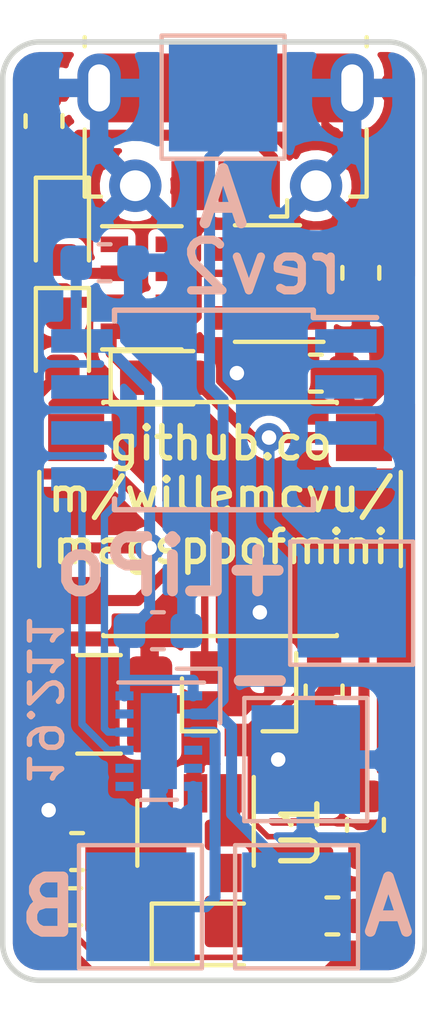
<source format=kicad_pcb>
(kicad_pcb (version 20171130) (host pcbnew "(5.1.2)-2")

  (general
    (thickness 1.6)
    (drawings 17)
    (tracks 133)
    (zones 0)
    (modules 29)
    (nets 19)
  )

  (page A4)
  (layers
    (0 F.Cu signal)
    (31 B.Cu signal)
    (32 B.Adhes user hide)
    (33 F.Adhes user hide)
    (34 B.Paste user hide)
    (35 F.Paste user hide)
    (36 B.SilkS user)
    (37 F.SilkS user)
    (38 B.Mask user hide)
    (39 F.Mask user hide)
    (40 Dwgs.User user hide)
    (41 Cmts.User user hide)
    (42 Eco1.User user hide)
    (43 Eco2.User user hide)
    (44 Edge.Cuts user)
    (45 Margin user hide)
    (46 B.CrtYd user hide)
    (47 F.CrtYd user)
    (48 B.Fab user hide)
    (49 F.Fab user hide)
  )

  (setup
    (last_trace_width 0.1524)
    (user_trace_width 0.2032)
    (user_trace_width 0.254)
    (user_trace_width 0.3048)
    (user_trace_width 0.381)
    (user_trace_width 0.508)
    (user_trace_width 1.27)
    (user_trace_width 3.175)
    (user_trace_width 6.35)
    (trace_clearance 0.1524)
    (zone_clearance 0.2032)
    (zone_45_only yes)
    (trace_min 0.1524)
    (via_size 0.8)
    (via_drill 0.4)
    (via_min_size 0.4)
    (via_min_drill 0.3)
    (uvia_size 0.3)
    (uvia_drill 0.1)
    (uvias_allowed no)
    (uvia_min_size 0.2)
    (uvia_min_drill 0.1)
    (edge_width 0.15)
    (segment_width 0.2)
    (pcb_text_width 0.3)
    (pcb_text_size 1.5 1.5)
    (mod_edge_width 0.15)
    (mod_text_size 1 1)
    (mod_text_width 0.15)
    (pad_size 1.524 1.524)
    (pad_drill 0.762)
    (pad_to_mask_clearance 0.0508)
    (aux_axis_origin 0 0)
    (grid_origin 112.395 80.4925)
    (visible_elements 7FFFFF7F)
    (pcbplotparams
      (layerselection 0x010fc_ffffffff)
      (usegerberextensions false)
      (usegerberattributes false)
      (usegerberadvancedattributes false)
      (creategerberjobfile false)
      (excludeedgelayer true)
      (linewidth 0.100000)
      (plotframeref false)
      (viasonmask false)
      (mode 1)
      (useauxorigin false)
      (hpglpennumber 1)
      (hpglpenspeed 20)
      (hpglpendiameter 15.000000)
      (psnegative false)
      (psa4output false)
      (plotreference true)
      (plotvalue true)
      (plotinvisibletext false)
      (padsonsilk false)
      (subtractmaskfromsilk false)
      (outputformat 1)
      (mirror false)
      (drillshape 0)
      (scaleselection 1)
      (outputdirectory "gerbers3/"))
  )

  (net 0 "")
  (net 1 +BATT)
  (net 2 GND)
  (net 3 VBUS)
  (net 4 +VSW)
  (net 5 "Net-(D1-Pad1)")
  (net 6 "Net-(D2-Pad2)")
  (net 7 "Net-(D3-Pad1)")
  (net 8 /BR2)
  (net 9 /BR1)
  (net 10 "Net-(R1-Pad1)")
  (net 11 /COIL1)
  (net 12 /COIL2)
  (net 13 +5V)
  (net 14 "Net-(R4-Pad1)")
  (net 15 /CHG_LED)
  (net 16 /BATT_LOW_LED)
  (net 17 "Net-(C2-Pad2)")
  (net 18 "Net-(D4-Pad2)")

  (net_class Default "This is the default net class."
    (clearance 0.1524)
    (trace_width 0.1524)
    (via_dia 0.8)
    (via_drill 0.4)
    (uvia_dia 0.3)
    (uvia_drill 0.1)
    (add_net +5V)
    (add_net /BATT_LOW_LED)
    (add_net /BR1)
    (add_net /BR2)
    (add_net /CHG_LED)
    (add_net /COIL1)
    (add_net /COIL2)
    (add_net "Net-(C2-Pad2)")
    (add_net "Net-(D1-Pad1)")
    (add_net "Net-(D2-Pad2)")
    (add_net "Net-(D3-Pad1)")
    (add_net "Net-(D4-Pad2)")
    (add_net "Net-(R1-Pad1)")
    (add_net "Net-(R4-Pad1)")
    (add_net VBUS)
  )

  (net_class Power ""
    (clearance 0.2032)
    (trace_width 0.2032)
    (via_dia 0.8)
    (via_drill 0.4)
    (uvia_dia 0.3)
    (uvia_drill 0.1)
    (add_net +BATT)
    (add_net +VSW)
    (add_net GND)
  )

  (module custom3d:SW_SPST_PTS645-custom-silkscreen (layer F.Cu) (tedit 5D40E814) (tstamp 5D413C81)
    (at 118.407 93.6645)
    (descr "C&K Components SPST SMD PTS645 Series 6mm Tact Switch")
    (tags "SPST Button Switch")
    (path /5B871479)
    (attr smd)
    (fp_text reference SW1 (at 0 0.036) (layer F.SilkS) hide
      (effects (font (size 1 1) (thickness 0.15)))
    )
    (fp_text value SW_Push (at 0 4.15) (layer F.Fab)
      (effects (font (size 1 1) (thickness 0.15)))
    )
    (fp_circle (center 0 0) (end 1.75 -0.05) (layer F.Fab) (width 0.1))
    (fp_line (start -3.23 3.23) (end 3.23 3.23) (layer F.SilkS) (width 0.12))
    (fp_line (start -5 -1.3) (end -5 1.3) (layer F.SilkS) (width 0.12))
    (fp_line (start -3.23 -3.23) (end 3.23 -3.23) (layer F.SilkS) (width 0.12))
    (fp_line (start 5 -1.3) (end 5 1.3) (layer F.SilkS) (width 0.12))
    (fp_line (start -3.23 -3.2) (end -3.23 -3.23) (layer F.SilkS) (width 0.12))
    (fp_line (start -3.23 3.23) (end -3.23 3.2) (layer F.SilkS) (width 0.12))
    (fp_line (start 3.23 3.23) (end 3.23 3.2) (layer F.SilkS) (width 0.12))
    (fp_line (start 3.23 -3.23) (end 3.23 -3.2) (layer F.SilkS) (width 0.12))
    (fp_line (start -5.05 -3.4) (end 5.05 -3.4) (layer F.CrtYd) (width 0.05))
    (fp_line (start -5.05 3.4) (end 5.05 3.4) (layer F.CrtYd) (width 0.05))
    (fp_line (start -5.05 -3.4) (end -5.05 3.4) (layer F.CrtYd) (width 0.05))
    (fp_line (start 5.05 3.4) (end 5.05 -3.4) (layer F.CrtYd) (width 0.05))
    (fp_line (start 3 -3) (end -3 -3) (layer F.Fab) (width 0.1))
    (fp_line (start 3 3) (end 3 -3) (layer F.Fab) (width 0.1))
    (fp_line (start -3 3) (end 3 3) (layer F.Fab) (width 0.1))
    (fp_line (start -3 -3) (end -3 3) (layer F.Fab) (width 0.1))
    (fp_text user %R (at 0 -4.05) (layer F.Fab)
      (effects (font (size 1 1) (thickness 0.15)))
    )
    (pad 2 smd rect (at 3.98 2.25) (size 1.55 1.3) (layers F.Cu F.Paste F.Mask)
      (net 4 +VSW))
    (pad 1 smd rect (at 3.98 -2.25) (size 1.55 1.3) (layers F.Cu F.Paste F.Mask)
      (net 1 +BATT))
    (pad 1 smd rect (at -3.98 -2.25) (size 1.55 1.3) (layers F.Cu F.Paste F.Mask)
      (net 1 +BATT))
    (pad 2 smd rect (at -3.98 2.25) (size 1.55 1.3) (layers F.Cu F.Paste F.Mask)
      (net 4 +VSW))
    (model ${KISYS3DMOD}/Button_Switch_SMD.3dshapes/SW_SPST_PTS645.wrl
      (at (xyz 0 0 0))
      (scale (xyz 1 1 1))
      (rotate (xyz 0 0 0))
    )
    (model ${KISYS3DMOD}/custom3d.pretty/smd_switch.stp
      (at (xyz 0 0 0))
      (scale (xyz 1 1 1))
      (rotate (xyz 0 0 0))
    )
  )

  (module TestPoint:TestPoint_Pad_3.0x3.0mm (layer B.Cu) (tedit 5A0F774F) (tstamp 5BD71655)
    (at 116.205 104.3685)
    (descr "SMD rectangular pad as test Point, square 3.0mm side length")
    (tags "test point SMD pad rectangle square")
    (path /5B8A42AC)
    (attr virtual)
    (fp_text reference TP2 (at 0 2.794) (layer B.SilkS) hide
      (effects (font (size 1 1) (thickness 0.15)) (justify mirror))
    )
    (fp_text value COIL2 (at 0 -2.55) (layer B.Fab)
      (effects (font (size 1 1) (thickness 0.15)) (justify mirror))
    )
    (fp_line (start 2 -2) (end -2 -2) (layer B.CrtYd) (width 0.05))
    (fp_line (start 2 -2) (end 2 2) (layer B.CrtYd) (width 0.05))
    (fp_line (start -2 2) (end -2 -2) (layer B.CrtYd) (width 0.05))
    (fp_line (start -2 2) (end 2 2) (layer B.CrtYd) (width 0.05))
    (fp_line (start -1.7 -1.7) (end -1.7 1.7) (layer B.SilkS) (width 0.12))
    (fp_line (start 1.7 -1.7) (end -1.7 -1.7) (layer B.SilkS) (width 0.12))
    (fp_line (start 1.7 1.7) (end 1.7 -1.7) (layer B.SilkS) (width 0.12))
    (fp_line (start -1.7 1.7) (end 1.7 1.7) (layer B.SilkS) (width 0.12))
    (fp_text user %R (at 0 2.4) (layer B.Fab)
      (effects (font (size 1 1) (thickness 0.15)) (justify mirror))
    )
    (pad 1 smd rect (at 0 0) (size 3 3) (layers B.Cu B.Mask)
      (net 12 /COIL2))
  )

  (module Package_TO_SOT_SMD:SOT-23-5 (layer F.Cu) (tedit 5A02FF57) (tstamp 5BD6B7C2)
    (at 119.718 87.1625 180)
    (descr "5-pin SOT23 package")
    (tags SOT-23-5)
    (path /5B874840)
    (attr smd)
    (fp_text reference U2 (at 0.465 0.066 180) (layer F.SilkS) hide
      (effects (font (size 1 1) (thickness 0.15)))
    )
    (fp_text value MCP73831-2-OT (at 0 2.9 180) (layer F.Fab)
      (effects (font (size 1 1) (thickness 0.15)))
    )
    (fp_line (start 0.9 -1.55) (end 0.9 1.55) (layer F.Fab) (width 0.1))
    (fp_line (start 0.9 1.55) (end -0.9 1.55) (layer F.Fab) (width 0.1))
    (fp_line (start -0.9 -0.9) (end -0.9 1.55) (layer F.Fab) (width 0.1))
    (fp_line (start 0.9 -1.55) (end -0.25 -1.55) (layer F.Fab) (width 0.1))
    (fp_line (start -0.9 -0.9) (end -0.25 -1.55) (layer F.Fab) (width 0.1))
    (fp_line (start -1.9 1.8) (end -1.9 -1.8) (layer F.CrtYd) (width 0.05))
    (fp_line (start 1.9 1.8) (end -1.9 1.8) (layer F.CrtYd) (width 0.05))
    (fp_line (start 1.9 -1.8) (end 1.9 1.8) (layer F.CrtYd) (width 0.05))
    (fp_line (start -1.9 -1.8) (end 1.9 -1.8) (layer F.CrtYd) (width 0.05))
    (fp_line (start 0.9 -1.61) (end -1.55 -1.61) (layer F.SilkS) (width 0.12))
    (fp_line (start -0.9 1.61) (end 0.9 1.61) (layer F.SilkS) (width 0.12))
    (fp_text user %R (at 0 0 270) (layer F.Fab)
      (effects (font (size 0.5 0.5) (thickness 0.075)))
    )
    (pad 5 smd rect (at 1.1 -0.95 180) (size 1.06 0.65) (layers F.Cu F.Paste F.Mask)
      (net 10 "Net-(R1-Pad1)"))
    (pad 4 smd rect (at 1.1 0.95 180) (size 1.06 0.65) (layers F.Cu F.Paste F.Mask)
      (net 3 VBUS))
    (pad 3 smd rect (at -1.1 0.95 180) (size 1.06 0.65) (layers F.Cu F.Paste F.Mask)
      (net 1 +BATT))
    (pad 2 smd rect (at -1.1 0 180) (size 1.06 0.65) (layers F.Cu F.Paste F.Mask)
      (net 2 GND))
    (pad 1 smd rect (at -1.1 -0.95 180) (size 1.06 0.65) (layers F.Cu F.Paste F.Mask)
      (net 15 /CHG_LED))
    (model ${KISYS3DMOD}/Package_TO_SOT_SMD.3dshapes/SOT-23-5.wrl
      (at (xyz 0 0 0))
      (scale (xyz 1 1 1))
      (rotate (xyz 0 0 0))
    )
  )

  (module USB_Custom:USB_Micro-B_Molex-105017-0001 (layer F.Cu) (tedit 5B896212) (tstamp 5BD6B6FD)
    (at 118.562 83 180)
    (descr http://www.molex.com/pdm_docs/sd/1050170001_sd.pdf)
    (tags "Micro-USB SMD Typ-B")
    (path /5B874EBA)
    (attr smd)
    (fp_text reference J1 (at 0 -3.1125 180) (layer F.SilkS) hide
      (effects (font (size 1 1) (thickness 0.15)))
    )
    (fp_text value USB_B_Micro (at 0.3 4.3375 180) (layer F.Fab)
      (effects (font (size 1 1) (thickness 0.15)))
    )
    (fp_line (start -1.1 -2.1225) (end -1.1 -1.9125) (layer F.Fab) (width 0.1))
    (fp_line (start -1.5 -2.1225) (end -1.5 -1.9125) (layer F.Fab) (width 0.1))
    (fp_line (start -1.5 -2.1225) (end -1.1 -2.1225) (layer F.Fab) (width 0.1))
    (fp_line (start -1.1 -1.9125) (end -1.3 -1.7125) (layer F.Fab) (width 0.1))
    (fp_line (start -1.3 -1.7125) (end -1.5 -1.9125) (layer F.Fab) (width 0.1))
    (fp_line (start -1.7 -2.3125) (end -1.7 -1.8625) (layer F.SilkS) (width 0.12))
    (fp_line (start -1.7 -2.3125) (end -1.25 -2.3125) (layer F.SilkS) (width 0.12))
    (fp_line (start 3.9 -1.7625) (end 3.45 -1.7625) (layer F.SilkS) (width 0.12))
    (fp_line (start 3.9 0.0875) (end 3.9 -1.7625) (layer F.SilkS) (width 0.12))
    (fp_line (start -3.9 2.6375) (end -3.9 2.3875) (layer F.SilkS) (width 0.12))
    (fp_line (start -3.75 3.3875) (end -3.75 -1.6125) (layer F.Fab) (width 0.1))
    (fp_line (start -3.75 -1.6125) (end 3.75 -1.6125) (layer F.Fab) (width 0.1))
    (fp_line (start -3.75 3.389204) (end 3.75 3.389204) (layer F.Fab) (width 0.1))
    (fp_line (start -3 2.689204) (end 3 2.689204) (layer F.Fab) (width 0.1))
    (fp_line (start 3.75 3.3875) (end 3.75 -1.6125) (layer F.Fab) (width 0.1))
    (fp_line (start 3.9 2.6375) (end 3.9 2.3875) (layer F.SilkS) (width 0.12))
    (fp_line (start -3.9 0.0875) (end -3.9 -1.7625) (layer F.SilkS) (width 0.12))
    (fp_line (start -3.9 -1.7625) (end -3.45 -1.7625) (layer F.SilkS) (width 0.12))
    (fp_line (start -4.4 3.64) (end -4.4 -2.46) (layer F.CrtYd) (width 0.05))
    (fp_line (start -4.4 -2.46) (end 4.4 -2.46) (layer F.CrtYd) (width 0.05))
    (fp_line (start 4.4 -2.46) (end 4.4 3.64) (layer F.CrtYd) (width 0.05))
    (fp_line (start -4.4 3.64) (end 4.4 3.64) (layer F.CrtYd) (width 0.05))
    (fp_text user %R (at 0 0.8875 180) (layer F.Fab)
      (effects (font (size 1 1) (thickness 0.15)))
    )
    (fp_text user "PCB Edge" (at 0 2.6875 180) (layer Dwgs.User)
      (effects (font (size 0.5 0.5) (thickness 0.08)))
    )
    (pad 6 smd rect (at -2.9 1.2375 180) (size 1.2 1.9) (layers F.Cu F.Mask)
      (net 2 GND))
    (pad 6 smd rect (at 2.9 1.2375 180) (size 1.2 1.9) (layers F.Cu F.Mask)
      (net 2 GND))
    (pad 6 thru_hole oval (at 3.5 1.2375 180) (size 1.2 1.9) (drill oval 0.6 1.3) (layers *.Cu *.Mask)
      (net 2 GND))
    (pad 6 thru_hole oval (at -3.5 1.2375) (size 1.2 1.9) (drill oval 0.6 1.3) (layers *.Cu *.Mask)
      (net 2 GND))
    (pad 6 smd rect (at -1 1.2375 180) (size 1.5 1.9) (layers F.Cu F.Paste F.Mask)
      (net 2 GND))
    (pad 6 thru_hole circle (at 2.5 -1.4625 180) (size 1.45 1.45) (drill 0.85) (layers *.Cu *.Mask)
      (net 2 GND))
    (pad 3 smd rect (at 0 -1.4625 180) (size 0.4 1.35) (layers F.Cu F.Paste F.Mask))
    (pad 4 smd rect (at 0.65 -1.4625 180) (size 0.4 1.35) (layers F.Cu F.Paste F.Mask))
    (pad 5 smd rect (at 1.3 -1.4625 180) (size 0.4 1.35) (layers F.Cu F.Paste F.Mask)
      (net 2 GND))
    (pad 1 smd rect (at -1.3 -1.4625 180) (size 0.4 1.35) (layers F.Cu F.Paste F.Mask)
      (net 3 VBUS))
    (pad 2 smd rect (at -0.65 -1.4625 180) (size 0.4 1.35) (layers F.Cu F.Paste F.Mask))
    (pad 6 thru_hole circle (at -2.5 -1.4625 180) (size 1.45 1.45) (drill 0.85) (layers *.Cu *.Mask)
      (net 2 GND))
    (pad 6 smd rect (at 1 1.2375 180) (size 1.5 1.9) (layers F.Cu F.Paste F.Mask)
      (net 2 GND))
    (model ${KISYS3DMOD}/Connector_USB.3dshapes/USB_Micro-B_Molex-105017-0001.wrl
      (at (xyz 0 0 0))
      (scale (xyz 1 1 1))
      (rotate (xyz 0 0 0))
    )
    (model ${KISYS3DMOD}/custom3d.pretty/1050170001.stp
      (offset (xyz 0 -1.092199983596802 1.269999980926514))
      (scale (xyz 1 1 1))
      (rotate (xyz -90 0 0))
    )
  )

  (module Capacitor_SMD:C_0603_1608Metric (layer F.Cu) (tedit 5B301BBE) (tstamp 5BD737E3)
    (at 113.538 82.677 90)
    (descr "Capacitor SMD 0603 (1608 Metric), square (rectangular) end terminal, IPC_7351 nominal, (Body size source: http://www.tortai-tech.com/upload/download/2011102023233369053.pdf), generated with kicad-footprint-generator")
    (tags capacitor)
    (path /5B879BD6)
    (attr smd)
    (fp_text reference C1 (at 0 -1.43 90) (layer F.SilkS) hide
      (effects (font (size 1 1) (thickness 0.15)))
    )
    (fp_text value 10uF (at 0 1.43 90) (layer F.Fab)
      (effects (font (size 1 1) (thickness 0.15)))
    )
    (fp_text user %R (at 0 0 90) (layer F.Fab)
      (effects (font (size 0.4 0.4) (thickness 0.06)))
    )
    (fp_line (start 1.48 0.73) (end -1.48 0.73) (layer F.CrtYd) (width 0.05))
    (fp_line (start 1.48 -0.73) (end 1.48 0.73) (layer F.CrtYd) (width 0.05))
    (fp_line (start -1.48 -0.73) (end 1.48 -0.73) (layer F.CrtYd) (width 0.05))
    (fp_line (start -1.48 0.73) (end -1.48 -0.73) (layer F.CrtYd) (width 0.05))
    (fp_line (start -0.162779 0.51) (end 0.162779 0.51) (layer F.SilkS) (width 0.12))
    (fp_line (start -0.162779 -0.51) (end 0.162779 -0.51) (layer F.SilkS) (width 0.12))
    (fp_line (start 0.8 0.4) (end -0.8 0.4) (layer F.Fab) (width 0.1))
    (fp_line (start 0.8 -0.4) (end 0.8 0.4) (layer F.Fab) (width 0.1))
    (fp_line (start -0.8 -0.4) (end 0.8 -0.4) (layer F.Fab) (width 0.1))
    (fp_line (start -0.8 0.4) (end -0.8 -0.4) (layer F.Fab) (width 0.1))
    (pad 2 smd roundrect (at 0.7875 0 90) (size 0.875 0.95) (layers F.Cu F.Paste F.Mask) (roundrect_rratio 0.25)
      (net 2 GND))
    (pad 1 smd roundrect (at -0.7875 0 90) (size 0.875 0.95) (layers F.Cu F.Paste F.Mask) (roundrect_rratio 0.25)
      (net 3 VBUS))
    (model ${KISYS3DMOD}/Capacitor_SMD.3dshapes/C_0603_1608Metric.wrl
      (at (xyz 0 0 0))
      (scale (xyz 1 1 1))
      (rotate (xyz 0 0 0))
    )
  )

  (module Capacitor_SMD:C_0603_1608Metric (layer F.Cu) (tedit 5B301BBE) (tstamp 5BD7006C)
    (at 114.4015 104.3685 180)
    (descr "Capacitor SMD 0603 (1608 Metric), square (rectangular) end terminal, IPC_7351 nominal, (Body size source: http://www.tortai-tech.com/upload/download/2011102023233369053.pdf), generated with kicad-footprint-generator")
    (tags capacitor)
    (path /5BCD0634)
    (attr smd)
    (fp_text reference C2 (at -1.2955 1.27 180) (layer F.SilkS) hide
      (effects (font (size 1 1) (thickness 0.15)))
    )
    (fp_text value 120pF (at 0 1.43 180) (layer F.Fab)
      (effects (font (size 1 1) (thickness 0.15)))
    )
    (fp_text user %R (at 0 0 180) (layer F.Fab)
      (effects (font (size 0.4 0.4) (thickness 0.06)))
    )
    (fp_line (start 1.48 0.73) (end -1.48 0.73) (layer F.CrtYd) (width 0.05))
    (fp_line (start 1.48 -0.73) (end 1.48 0.73) (layer F.CrtYd) (width 0.05))
    (fp_line (start -1.48 -0.73) (end 1.48 -0.73) (layer F.CrtYd) (width 0.05))
    (fp_line (start -1.48 0.73) (end -1.48 -0.73) (layer F.CrtYd) (width 0.05))
    (fp_line (start -0.162779 0.51) (end 0.162779 0.51) (layer F.SilkS) (width 0.12))
    (fp_line (start -0.162779 -0.51) (end 0.162779 -0.51) (layer F.SilkS) (width 0.12))
    (fp_line (start 0.8 0.4) (end -0.8 0.4) (layer F.Fab) (width 0.1))
    (fp_line (start 0.8 -0.4) (end 0.8 0.4) (layer F.Fab) (width 0.1))
    (fp_line (start -0.8 -0.4) (end 0.8 -0.4) (layer F.Fab) (width 0.1))
    (fp_line (start -0.8 0.4) (end -0.8 -0.4) (layer F.Fab) (width 0.1))
    (pad 2 smd roundrect (at 0.7875 0 180) (size 0.875 0.95) (layers F.Cu F.Paste F.Mask) (roundrect_rratio 0.25)
      (net 17 "Net-(C2-Pad2)"))
    (pad 1 smd roundrect (at -0.7875 0 180) (size 0.875 0.95) (layers F.Cu F.Paste F.Mask) (roundrect_rratio 0.25)
      (net 13 +5V))
    (model ${KISYS3DMOD}/Capacitor_SMD.3dshapes/C_0603_1608Metric.wrl
      (at (xyz 0 0 0))
      (scale (xyz 1 1 1))
      (rotate (xyz 0 0 0))
    )
  )

  (module Capacitor_SMD:C_0603_1608Metric (layer B.Cu) (tedit 5B301BBE) (tstamp 5BD73B2B)
    (at 115.2145 86.5885)
    (descr "Capacitor SMD 0603 (1608 Metric), square (rectangular) end terminal, IPC_7351 nominal, (Body size source: http://www.tortai-tech.com/upload/download/2011102023233369053.pdf), generated with kicad-footprint-generator")
    (tags capacitor)
    (path /5B88CEC4)
    (attr smd)
    (fp_text reference C3 (at -0.0255 -1.27) (layer B.SilkS) hide
      (effects (font (size 1 1) (thickness 0.15)) (justify mirror))
    )
    (fp_text value 0.1uF (at 0 -1.43) (layer B.Fab)
      (effects (font (size 1 1) (thickness 0.15)) (justify mirror))
    )
    (fp_text user %R (at 0 0) (layer B.Fab)
      (effects (font (size 0.4 0.4) (thickness 0.06)) (justify mirror))
    )
    (fp_line (start 1.48 -0.73) (end -1.48 -0.73) (layer B.CrtYd) (width 0.05))
    (fp_line (start 1.48 0.73) (end 1.48 -0.73) (layer B.CrtYd) (width 0.05))
    (fp_line (start -1.48 0.73) (end 1.48 0.73) (layer B.CrtYd) (width 0.05))
    (fp_line (start -1.48 -0.73) (end -1.48 0.73) (layer B.CrtYd) (width 0.05))
    (fp_line (start -0.162779 -0.51) (end 0.162779 -0.51) (layer B.SilkS) (width 0.12))
    (fp_line (start -0.162779 0.51) (end 0.162779 0.51) (layer B.SilkS) (width 0.12))
    (fp_line (start 0.8 -0.4) (end -0.8 -0.4) (layer B.Fab) (width 0.1))
    (fp_line (start 0.8 0.4) (end 0.8 -0.4) (layer B.Fab) (width 0.1))
    (fp_line (start -0.8 0.4) (end 0.8 0.4) (layer B.Fab) (width 0.1))
    (fp_line (start -0.8 -0.4) (end -0.8 0.4) (layer B.Fab) (width 0.1))
    (pad 2 smd roundrect (at 0.7875 0) (size 0.875 0.95) (layers B.Cu B.Paste B.Mask) (roundrect_rratio 0.25)
      (net 2 GND))
    (pad 1 smd roundrect (at -0.7875 0) (size 0.875 0.95) (layers B.Cu B.Paste B.Mask) (roundrect_rratio 0.25)
      (net 13 +5V))
    (model ${KISYS3DMOD}/Capacitor_SMD.3dshapes/C_0603_1608Metric.wrl
      (at (xyz 0 0 0))
      (scale (xyz 1 1 1))
      (rotate (xyz 0 0 0))
    )
  )

  (module Capacitor_SMD:C_0603_1608Metric (layer F.Cu) (tedit 5B301BBE) (tstamp 5BD7009C)
    (at 114.4525 102.8445 180)
    (descr "Capacitor SMD 0603 (1608 Metric), square (rectangular) end terminal, IPC_7351 nominal, (Body size source: http://www.tortai-tech.com/upload/download/2011102023233369053.pdf), generated with kicad-footprint-generator")
    (tags capacitor)
    (path /5BCD784E)
    (attr smd)
    (fp_text reference C4 (at 2.0065 0 270) (layer F.SilkS) hide
      (effects (font (size 1 1) (thickness 0.15)))
    )
    (fp_text value 10uF (at 0 1.43 180) (layer F.Fab)
      (effects (font (size 1 1) (thickness 0.15)))
    )
    (fp_text user %R (at 0 0 180) (layer F.Fab)
      (effects (font (size 0.4 0.4) (thickness 0.06)))
    )
    (fp_line (start 1.48 0.73) (end -1.48 0.73) (layer F.CrtYd) (width 0.05))
    (fp_line (start 1.48 -0.73) (end 1.48 0.73) (layer F.CrtYd) (width 0.05))
    (fp_line (start -1.48 -0.73) (end 1.48 -0.73) (layer F.CrtYd) (width 0.05))
    (fp_line (start -1.48 0.73) (end -1.48 -0.73) (layer F.CrtYd) (width 0.05))
    (fp_line (start -0.162779 0.51) (end 0.162779 0.51) (layer F.SilkS) (width 0.12))
    (fp_line (start -0.162779 -0.51) (end 0.162779 -0.51) (layer F.SilkS) (width 0.12))
    (fp_line (start 0.8 0.4) (end -0.8 0.4) (layer F.Fab) (width 0.1))
    (fp_line (start 0.8 -0.4) (end 0.8 0.4) (layer F.Fab) (width 0.1))
    (fp_line (start -0.8 -0.4) (end 0.8 -0.4) (layer F.Fab) (width 0.1))
    (fp_line (start -0.8 0.4) (end -0.8 -0.4) (layer F.Fab) (width 0.1))
    (pad 2 smd roundrect (at 0.7875 0 180) (size 0.875 0.95) (layers F.Cu F.Paste F.Mask) (roundrect_rratio 0.25)
      (net 2 GND))
    (pad 1 smd roundrect (at -0.7875 0 180) (size 0.875 0.95) (layers F.Cu F.Paste F.Mask) (roundrect_rratio 0.25)
      (net 13 +5V))
    (model ${KISYS3DMOD}/Capacitor_SMD.3dshapes/C_0603_1608Metric.wrl
      (at (xyz 0 0 0))
      (scale (xyz 1 1 1))
      (rotate (xyz 0 0 0))
    )
  )

  (module Capacitor_SMD:C_0603_1608Metric (layer F.Cu) (tedit 5B301BBE) (tstamp 5BD6B679)
    (at 122.301 86.868 270)
    (descr "Capacitor SMD 0603 (1608 Metric), square (rectangular) end terminal, IPC_7351 nominal, (Body size source: http://www.tortai-tech.com/upload/download/2011102023233369053.pdf), generated with kicad-footprint-generator")
    (tags capacitor)
    (path /5B87B21A)
    (attr smd)
    (fp_text reference C5 (at -2.0575 -1.016 270) (layer F.SilkS) hide
      (effects (font (size 1 1) (thickness 0.15)))
    )
    (fp_text value 10uF (at 0 1.43 270) (layer F.Fab)
      (effects (font (size 1 1) (thickness 0.15)))
    )
    (fp_text user %R (at 0 0 270) (layer F.Fab)
      (effects (font (size 0.4 0.4) (thickness 0.06)))
    )
    (fp_line (start 1.48 0.73) (end -1.48 0.73) (layer F.CrtYd) (width 0.05))
    (fp_line (start 1.48 -0.73) (end 1.48 0.73) (layer F.CrtYd) (width 0.05))
    (fp_line (start -1.48 -0.73) (end 1.48 -0.73) (layer F.CrtYd) (width 0.05))
    (fp_line (start -1.48 0.73) (end -1.48 -0.73) (layer F.CrtYd) (width 0.05))
    (fp_line (start -0.162779 0.51) (end 0.162779 0.51) (layer F.SilkS) (width 0.12))
    (fp_line (start -0.162779 -0.51) (end 0.162779 -0.51) (layer F.SilkS) (width 0.12))
    (fp_line (start 0.8 0.4) (end -0.8 0.4) (layer F.Fab) (width 0.1))
    (fp_line (start 0.8 -0.4) (end 0.8 0.4) (layer F.Fab) (width 0.1))
    (fp_line (start -0.8 -0.4) (end 0.8 -0.4) (layer F.Fab) (width 0.1))
    (fp_line (start -0.8 0.4) (end -0.8 -0.4) (layer F.Fab) (width 0.1))
    (pad 2 smd roundrect (at 0.7875 0 270) (size 0.875 0.95) (layers F.Cu F.Paste F.Mask) (roundrect_rratio 0.25)
      (net 2 GND))
    (pad 1 smd roundrect (at -0.7875 0 270) (size 0.875 0.95) (layers F.Cu F.Paste F.Mask) (roundrect_rratio 0.25)
      (net 1 +BATT))
    (model ${KISYS3DMOD}/Capacitor_SMD.3dshapes/C_0603_1608Metric.wrl
      (at (xyz 0 0 0))
      (scale (xyz 1 1 1))
      (rotate (xyz 0 0 0))
    )
  )

  (module Capacitor_SMD:C_0603_1608Metric (layer B.Cu) (tedit 5B301BBE) (tstamp 5BD6B68A)
    (at 116.6875 96.7485)
    (descr "Capacitor SMD 0603 (1608 Metric), square (rectangular) end terminal, IPC_7351 nominal, (Body size source: http://www.tortai-tech.com/upload/download/2011102023233369053.pdf), generated with kicad-footprint-generator")
    (tags capacitor)
    (path /5B891641)
    (attr smd)
    (fp_text reference C6 (at -2.5145 0) (layer B.SilkS) hide
      (effects (font (size 1 1) (thickness 0.15)) (justify mirror))
    )
    (fp_text value 0.1uF (at 0 -1.43) (layer B.Fab)
      (effects (font (size 1 1) (thickness 0.15)) (justify mirror))
    )
    (fp_text user %R (at 0 0) (layer B.Fab)
      (effects (font (size 0.4 0.4) (thickness 0.06)) (justify mirror))
    )
    (fp_line (start 1.48 -0.73) (end -1.48 -0.73) (layer B.CrtYd) (width 0.05))
    (fp_line (start 1.48 0.73) (end 1.48 -0.73) (layer B.CrtYd) (width 0.05))
    (fp_line (start -1.48 0.73) (end 1.48 0.73) (layer B.CrtYd) (width 0.05))
    (fp_line (start -1.48 -0.73) (end -1.48 0.73) (layer B.CrtYd) (width 0.05))
    (fp_line (start -0.162779 -0.51) (end 0.162779 -0.51) (layer B.SilkS) (width 0.12))
    (fp_line (start -0.162779 0.51) (end 0.162779 0.51) (layer B.SilkS) (width 0.12))
    (fp_line (start 0.8 -0.4) (end -0.8 -0.4) (layer B.Fab) (width 0.1))
    (fp_line (start 0.8 0.4) (end 0.8 -0.4) (layer B.Fab) (width 0.1))
    (fp_line (start -0.8 0.4) (end 0.8 0.4) (layer B.Fab) (width 0.1))
    (fp_line (start -0.8 -0.4) (end -0.8 0.4) (layer B.Fab) (width 0.1))
    (pad 2 smd roundrect (at 0.7875 0) (size 0.875 0.95) (layers B.Cu B.Paste B.Mask) (roundrect_rratio 0.25)
      (net 2 GND))
    (pad 1 smd roundrect (at -0.7875 0) (size 0.875 0.95) (layers B.Cu B.Paste B.Mask) (roundrect_rratio 0.25)
      (net 13 +5V))
    (model ${KISYS3DMOD}/Capacitor_SMD.3dshapes/C_0603_1608Metric.wrl
      (at (xyz 0 0 0))
      (scale (xyz 1 1 1))
      (rotate (xyz 0 0 0))
    )
  )

  (module Capacitor_SMD:C_1210_3225Metric (layer F.Cu) (tedit 5B301BBE) (tstamp 5BD716FE)
    (at 115.059 98.7805)
    (descr "Capacitor SMD 1210 (3225 Metric), square (rectangular) end terminal, IPC_7351 nominal, (Body size source: http://www.tortai-tech.com/upload/download/2011102023233369053.pdf), generated with kicad-footprint-generator")
    (tags capacitor)
    (path /5B88FA29)
    (attr smd)
    (fp_text reference C7 (at 0 -2.28) (layer F.SilkS) hide
      (effects (font (size 1 1) (thickness 0.15)))
    )
    (fp_text value 100uF (at 0 2.28) (layer F.Fab)
      (effects (font (size 1 1) (thickness 0.15)))
    )
    (fp_text user %R (at 0 0) (layer F.Fab)
      (effects (font (size 0.8 0.8) (thickness 0.12)))
    )
    (fp_line (start 2.28 1.58) (end -2.28 1.58) (layer F.CrtYd) (width 0.05))
    (fp_line (start 2.28 -1.58) (end 2.28 1.58) (layer F.CrtYd) (width 0.05))
    (fp_line (start -2.28 -1.58) (end 2.28 -1.58) (layer F.CrtYd) (width 0.05))
    (fp_line (start -2.28 1.58) (end -2.28 -1.58) (layer F.CrtYd) (width 0.05))
    (fp_line (start -0.602064 1.36) (end 0.602064 1.36) (layer F.SilkS) (width 0.12))
    (fp_line (start -0.602064 -1.36) (end 0.602064 -1.36) (layer F.SilkS) (width 0.12))
    (fp_line (start 1.6 1.25) (end -1.6 1.25) (layer F.Fab) (width 0.1))
    (fp_line (start 1.6 -1.25) (end 1.6 1.25) (layer F.Fab) (width 0.1))
    (fp_line (start -1.6 -1.25) (end 1.6 -1.25) (layer F.Fab) (width 0.1))
    (fp_line (start -1.6 1.25) (end -1.6 -1.25) (layer F.Fab) (width 0.1))
    (pad 2 smd roundrect (at 1.4 0) (size 1.25 2.65) (layers F.Cu F.Paste F.Mask) (roundrect_rratio 0.2)
      (net 2 GND))
    (pad 1 smd roundrect (at -1.4 0) (size 1.25 2.65) (layers F.Cu F.Paste F.Mask) (roundrect_rratio 0.2)
      (net 13 +5V))
    (model ${KISYS3DMOD}/Capacitor_SMD.3dshapes/C_1210_3225Metric.wrl
      (at (xyz 0 0 0))
      (scale (xyz 1 1 1))
      (rotate (xyz 0 0 0))
    )
  )

  (module LED_SMD:LED_0603_1608Metric (layer F.Cu) (tedit 5B301BBE) (tstamp 5BD6B6AE)
    (at 116.8655 89.7635)
    (descr "LED SMD 0603 (1608 Metric), square (rectangular) end terminal, IPC_7351 nominal, (Body size source: http://www.tortai-tech.com/upload/download/2011102023233369053.pdf), generated with kicad-footprint-generator")
    (tags diode)
    (path /5B8787C9)
    (attr smd)
    (fp_text reference D1 (at 0 -1.43) (layer F.SilkS) hide
      (effects (font (size 1 1) (thickness 0.15)))
    )
    (fp_text value BLUE_LED (at 0 1.43) (layer F.Fab)
      (effects (font (size 1 1) (thickness 0.15)))
    )
    (fp_text user %R (at 0 0) (layer F.Fab)
      (effects (font (size 0.4 0.4) (thickness 0.06)))
    )
    (fp_line (start 1.48 0.73) (end -1.48 0.73) (layer F.CrtYd) (width 0.05))
    (fp_line (start 1.48 -0.73) (end 1.48 0.73) (layer F.CrtYd) (width 0.05))
    (fp_line (start -1.48 -0.73) (end 1.48 -0.73) (layer F.CrtYd) (width 0.05))
    (fp_line (start -1.48 0.73) (end -1.48 -0.73) (layer F.CrtYd) (width 0.05))
    (fp_line (start -1.485 0.735) (end 0.8 0.735) (layer F.SilkS) (width 0.12))
    (fp_line (start -1.485 -0.735) (end -1.485 0.735) (layer F.SilkS) (width 0.12))
    (fp_line (start 0.8 -0.735) (end -1.485 -0.735) (layer F.SilkS) (width 0.12))
    (fp_line (start 0.8 0.4) (end 0.8 -0.4) (layer F.Fab) (width 0.1))
    (fp_line (start -0.8 0.4) (end 0.8 0.4) (layer F.Fab) (width 0.1))
    (fp_line (start -0.8 -0.1) (end -0.8 0.4) (layer F.Fab) (width 0.1))
    (fp_line (start -0.5 -0.4) (end -0.8 -0.1) (layer F.Fab) (width 0.1))
    (fp_line (start 0.8 -0.4) (end -0.5 -0.4) (layer F.Fab) (width 0.1))
    (pad 2 smd roundrect (at 0.7875 0) (size 0.875 0.95) (layers F.Cu F.Paste F.Mask) (roundrect_rratio 0.25)
      (net 1 +BATT))
    (pad 1 smd roundrect (at -0.7875 0) (size 0.875 0.95) (layers F.Cu F.Paste F.Mask) (roundrect_rratio 0.25)
      (net 5 "Net-(D1-Pad1)"))
    (model ${KISYS3DMOD}/LED_SMD.3dshapes/LED_0603_1608Metric.wrl
      (at (xyz 0 0 0))
      (scale (xyz 1 1 1))
      (rotate (xyz 0 0 0))
    )
  )

  (module LED_SMD:LED_0603_1608Metric (layer F.Cu) (tedit 5B301BBE) (tstamp 5BD73B98)
    (at 114.046 85.725 270)
    (descr "LED SMD 0603 (1608 Metric), square (rectangular) end terminal, IPC_7351 nominal, (Body size source: http://www.tortai-tech.com/upload/download/2011102023233369053.pdf), generated with kicad-footprint-generator")
    (tags diode)
    (path /5B8769C5)
    (attr smd)
    (fp_text reference D2 (at 0 -1.43 270) (layer F.SilkS) hide
      (effects (font (size 1 1) (thickness 0.15)))
    )
    (fp_text value GREEN_LED (at 0 1.43 270) (layer F.Fab)
      (effects (font (size 1 1) (thickness 0.15)))
    )
    (fp_text user %R (at 0 0 270) (layer F.Fab)
      (effects (font (size 0.4 0.4) (thickness 0.06)))
    )
    (fp_line (start 1.48 0.73) (end -1.48 0.73) (layer F.CrtYd) (width 0.05))
    (fp_line (start 1.48 -0.73) (end 1.48 0.73) (layer F.CrtYd) (width 0.05))
    (fp_line (start -1.48 -0.73) (end 1.48 -0.73) (layer F.CrtYd) (width 0.05))
    (fp_line (start -1.48 0.73) (end -1.48 -0.73) (layer F.CrtYd) (width 0.05))
    (fp_line (start -1.485 0.735) (end 0.8 0.735) (layer F.SilkS) (width 0.12))
    (fp_line (start -1.485 -0.735) (end -1.485 0.735) (layer F.SilkS) (width 0.12))
    (fp_line (start 0.8 -0.735) (end -1.485 -0.735) (layer F.SilkS) (width 0.12))
    (fp_line (start 0.8 0.4) (end 0.8 -0.4) (layer F.Fab) (width 0.1))
    (fp_line (start -0.8 0.4) (end 0.8 0.4) (layer F.Fab) (width 0.1))
    (fp_line (start -0.8 -0.1) (end -0.8 0.4) (layer F.Fab) (width 0.1))
    (fp_line (start -0.5 -0.4) (end -0.8 -0.1) (layer F.Fab) (width 0.1))
    (fp_line (start 0.8 -0.4) (end -0.5 -0.4) (layer F.Fab) (width 0.1))
    (pad 2 smd roundrect (at 0.7875 0 270) (size 0.875 0.95) (layers F.Cu F.Paste F.Mask) (roundrect_rratio 0.25)
      (net 6 "Net-(D2-Pad2)"))
    (pad 1 smd roundrect (at -0.7875 0 270) (size 0.875 0.95) (layers F.Cu F.Paste F.Mask) (roundrect_rratio 0.25)
      (net 2 GND))
    (model ${KISYS3DMOD}/LED_SMD.3dshapes/LED_0603_1608Metric.wrl
      (at (xyz 0 0 0))
      (scale (xyz 1 1 1))
      (rotate (xyz 0 0 0))
    )
  )

  (module LED_SMD:LED_0603_1608Metric (layer F.Cu) (tedit 5B301BBE) (tstamp 5BD6B6D4)
    (at 114.046 88.773 270)
    (descr "LED SMD 0603 (1608 Metric), square (rectangular) end terminal, IPC_7351 nominal, (Body size source: http://www.tortai-tech.com/upload/download/2011102023233369053.pdf), generated with kicad-footprint-generator")
    (tags diode)
    (path /5B870A59)
    (attr smd)
    (fp_text reference D3 (at 0 -1.43 270) (layer F.SilkS) hide
      (effects (font (size 1 1) (thickness 0.15)))
    )
    (fp_text value RED_LED (at 0 1.43 270) (layer F.Fab)
      (effects (font (size 1 1) (thickness 0.15)))
    )
    (fp_text user %R (at 0 0 270) (layer F.Fab)
      (effects (font (size 0.4 0.4) (thickness 0.06)))
    )
    (fp_line (start 1.48 0.73) (end -1.48 0.73) (layer F.CrtYd) (width 0.05))
    (fp_line (start 1.48 -0.73) (end 1.48 0.73) (layer F.CrtYd) (width 0.05))
    (fp_line (start -1.48 -0.73) (end 1.48 -0.73) (layer F.CrtYd) (width 0.05))
    (fp_line (start -1.48 0.73) (end -1.48 -0.73) (layer F.CrtYd) (width 0.05))
    (fp_line (start -1.485 0.735) (end 0.8 0.735) (layer F.SilkS) (width 0.12))
    (fp_line (start -1.485 -0.735) (end -1.485 0.735) (layer F.SilkS) (width 0.12))
    (fp_line (start 0.8 -0.735) (end -1.485 -0.735) (layer F.SilkS) (width 0.12))
    (fp_line (start 0.8 0.4) (end 0.8 -0.4) (layer F.Fab) (width 0.1))
    (fp_line (start -0.8 0.4) (end 0.8 0.4) (layer F.Fab) (width 0.1))
    (fp_line (start -0.8 -0.1) (end -0.8 0.4) (layer F.Fab) (width 0.1))
    (fp_line (start -0.5 -0.4) (end -0.8 -0.1) (layer F.Fab) (width 0.1))
    (fp_line (start 0.8 -0.4) (end -0.5 -0.4) (layer F.Fab) (width 0.1))
    (pad 2 smd roundrect (at 0.7875 0 270) (size 0.875 0.95) (layers F.Cu F.Paste F.Mask) (roundrect_rratio 0.25)
      (net 4 +VSW))
    (pad 1 smd roundrect (at -0.7875 0 270) (size 0.875 0.95) (layers F.Cu F.Paste F.Mask) (roundrect_rratio 0.25)
      (net 7 "Net-(D3-Pad1)"))
    (model ${KISYS3DMOD}/LED_SMD.3dshapes/LED_0603_1608Metric.wrl
      (at (xyz 0 0 0))
      (scale (xyz 1 1 1))
      (rotate (xyz 0 0 0))
    )
  )

  (module Resistor_SMD:R_0603_1608Metric (layer F.Cu) (tedit 5B301BBD) (tstamp 5BD6B71D)
    (at 121.0565 89.6365)
    (descr "Resistor SMD 0603 (1608 Metric), square (rectangular) end terminal, IPC_7351 nominal, (Body size source: http://www.tortai-tech.com/upload/download/2011102023233369053.pdf), generated with kicad-footprint-generator")
    (tags resistor)
    (path /5B87B21E)
    (attr smd)
    (fp_text reference R1 (at 2.0065 -0.762) (layer F.SilkS) hide
      (effects (font (size 1 1) (thickness 0.15)))
    )
    (fp_text value 47k (at 0 1.43) (layer F.Fab)
      (effects (font (size 1 1) (thickness 0.15)))
    )
    (fp_text user %R (at 0 0) (layer F.Fab)
      (effects (font (size 0.4 0.4) (thickness 0.06)))
    )
    (fp_line (start 1.48 0.73) (end -1.48 0.73) (layer F.CrtYd) (width 0.05))
    (fp_line (start 1.48 -0.73) (end 1.48 0.73) (layer F.CrtYd) (width 0.05))
    (fp_line (start -1.48 -0.73) (end 1.48 -0.73) (layer F.CrtYd) (width 0.05))
    (fp_line (start -1.48 0.73) (end -1.48 -0.73) (layer F.CrtYd) (width 0.05))
    (fp_line (start -0.162779 0.51) (end 0.162779 0.51) (layer F.SilkS) (width 0.12))
    (fp_line (start -0.162779 -0.51) (end 0.162779 -0.51) (layer F.SilkS) (width 0.12))
    (fp_line (start 0.8 0.4) (end -0.8 0.4) (layer F.Fab) (width 0.1))
    (fp_line (start 0.8 -0.4) (end 0.8 0.4) (layer F.Fab) (width 0.1))
    (fp_line (start -0.8 -0.4) (end 0.8 -0.4) (layer F.Fab) (width 0.1))
    (fp_line (start -0.8 0.4) (end -0.8 -0.4) (layer F.Fab) (width 0.1))
    (pad 2 smd roundrect (at 0.7875 0) (size 0.875 0.95) (layers F.Cu F.Paste F.Mask) (roundrect_rratio 0.25)
      (net 2 GND))
    (pad 1 smd roundrect (at -0.7875 0) (size 0.875 0.95) (layers F.Cu F.Paste F.Mask) (roundrect_rratio 0.25)
      (net 10 "Net-(R1-Pad1)"))
    (model ${KISYS3DMOD}/Resistor_SMD.3dshapes/R_0603_1608Metric.wrl
      (at (xyz 0 0 0))
      (scale (xyz 1 1 1))
      (rotate (xyz 0 0 0))
    )
  )

  (module Resistor_SMD:R_0603_1608Metric (layer F.Cu) (tedit 5B301BBD) (tstamp 5BD6B72E)
    (at 121.5135 104.6225 180)
    (descr "Resistor SMD 0603 (1608 Metric), square (rectangular) end terminal, IPC_7351 nominal, (Body size source: http://www.tortai-tech.com/upload/download/2011102023233369053.pdf), generated with kicad-footprint-generator")
    (tags resistor)
    (path /5BCD0524)
    (attr smd)
    (fp_text reference R2 (at 0.5335 -1.016 180) (layer F.SilkS) hide
      (effects (font (size 1 1) (thickness 0.15)))
    )
    (fp_text value 5.1 (at 0 1.43 180) (layer F.Fab)
      (effects (font (size 1 1) (thickness 0.15)))
    )
    (fp_text user %R (at 0 0 180) (layer F.Fab)
      (effects (font (size 0.4 0.4) (thickness 0.06)))
    )
    (fp_line (start 1.48 0.73) (end -1.48 0.73) (layer F.CrtYd) (width 0.05))
    (fp_line (start 1.48 -0.73) (end 1.48 0.73) (layer F.CrtYd) (width 0.05))
    (fp_line (start -1.48 -0.73) (end 1.48 -0.73) (layer F.CrtYd) (width 0.05))
    (fp_line (start -1.48 0.73) (end -1.48 -0.73) (layer F.CrtYd) (width 0.05))
    (fp_line (start -0.162779 0.51) (end 0.162779 0.51) (layer F.SilkS) (width 0.12))
    (fp_line (start -0.162779 -0.51) (end 0.162779 -0.51) (layer F.SilkS) (width 0.12))
    (fp_line (start 0.8 0.4) (end -0.8 0.4) (layer F.Fab) (width 0.1))
    (fp_line (start 0.8 -0.4) (end 0.8 0.4) (layer F.Fab) (width 0.1))
    (fp_line (start -0.8 -0.4) (end 0.8 -0.4) (layer F.Fab) (width 0.1))
    (fp_line (start -0.8 0.4) (end -0.8 -0.4) (layer F.Fab) (width 0.1))
    (pad 2 smd roundrect (at 0.7875 0 180) (size 0.875 0.95) (layers F.Cu F.Paste F.Mask) (roundrect_rratio 0.25)
      (net 18 "Net-(D4-Pad2)"))
    (pad 1 smd roundrect (at -0.7875 0 180) (size 0.875 0.95) (layers F.Cu F.Paste F.Mask) (roundrect_rratio 0.25)
      (net 17 "Net-(C2-Pad2)"))
    (model ${KISYS3DMOD}/Resistor_SMD.3dshapes/R_0603_1608Metric.wrl
      (at (xyz 0 0 0))
      (scale (xyz 1 1 1))
      (rotate (xyz 0 0 0))
    )
  )

  (module Resistor_SMD:R_0603_1608Metric (layer F.Cu) (tedit 5B301BBD) (tstamp 5BD6B750)
    (at 121.285 98.425 270)
    (descr "Resistor SMD 0603 (1608 Metric), square (rectangular) end terminal, IPC_7351 nominal, (Body size source: http://www.tortai-tech.com/upload/download/2011102023233369053.pdf), generated with kicad-footprint-generator")
    (tags resistor)
    (path /5B885527)
    (attr smd)
    (fp_text reference R4 (at 0 -1.43 270) (layer F.SilkS) hide
      (effects (font (size 1 1) (thickness 0.15)))
    )
    (fp_text value 39k (at 0 1.43 270) (layer F.Fab)
      (effects (font (size 1 1) (thickness 0.15)))
    )
    (fp_text user %R (at 0 0 270) (layer F.Fab)
      (effects (font (size 0.4 0.4) (thickness 0.06)))
    )
    (fp_line (start 1.48 0.73) (end -1.48 0.73) (layer F.CrtYd) (width 0.05))
    (fp_line (start 1.48 -0.73) (end 1.48 0.73) (layer F.CrtYd) (width 0.05))
    (fp_line (start -1.48 -0.73) (end 1.48 -0.73) (layer F.CrtYd) (width 0.05))
    (fp_line (start -1.48 0.73) (end -1.48 -0.73) (layer F.CrtYd) (width 0.05))
    (fp_line (start -0.162779 0.51) (end 0.162779 0.51) (layer F.SilkS) (width 0.12))
    (fp_line (start -0.162779 -0.51) (end 0.162779 -0.51) (layer F.SilkS) (width 0.12))
    (fp_line (start 0.8 0.4) (end -0.8 0.4) (layer F.Fab) (width 0.1))
    (fp_line (start 0.8 -0.4) (end 0.8 0.4) (layer F.Fab) (width 0.1))
    (fp_line (start -0.8 -0.4) (end 0.8 -0.4) (layer F.Fab) (width 0.1))
    (fp_line (start -0.8 0.4) (end -0.8 -0.4) (layer F.Fab) (width 0.1))
    (pad 2 smd roundrect (at 0.7875 0 270) (size 0.875 0.95) (layers F.Cu F.Paste F.Mask) (roundrect_rratio 0.25)
      (net 2 GND))
    (pad 1 smd roundrect (at -0.7875 0 270) (size 0.875 0.95) (layers F.Cu F.Paste F.Mask) (roundrect_rratio 0.25)
      (net 14 "Net-(R4-Pad1)"))
    (model ${KISYS3DMOD}/Resistor_SMD.3dshapes/R_0603_1608Metric.wrl
      (at (xyz 0 0 0))
      (scale (xyz 1 1 1))
      (rotate (xyz 0 0 0))
    )
  )

  (module Resistor_SMD:R_0603_1608Metric (layer F.Cu) (tedit 5B301BBD) (tstamp 5BEFBE0F)
    (at 122.428 102.108 270)
    (descr "Resistor SMD 0603 (1608 Metric), square (rectangular) end terminal, IPC_7351 nominal, (Body size source: http://www.tortai-tech.com/upload/download/2011102023233369053.pdf), generated with kicad-footprint-generator")
    (tags resistor)
    (path /5B8853B9)
    (attr smd)
    (fp_text reference R7 (at 0 -1.43 270) (layer F.SilkS) hide
      (effects (font (size 1 1) (thickness 0.15)))
    )
    (fp_text value 10k (at 0 1.43 270) (layer F.Fab)
      (effects (font (size 1 1) (thickness 0.15)))
    )
    (fp_text user %R (at 0 0 270) (layer F.Fab)
      (effects (font (size 0.4 0.4) (thickness 0.06)))
    )
    (fp_line (start 1.48 0.73) (end -1.48 0.73) (layer F.CrtYd) (width 0.05))
    (fp_line (start 1.48 -0.73) (end 1.48 0.73) (layer F.CrtYd) (width 0.05))
    (fp_line (start -1.48 -0.73) (end 1.48 -0.73) (layer F.CrtYd) (width 0.05))
    (fp_line (start -1.48 0.73) (end -1.48 -0.73) (layer F.CrtYd) (width 0.05))
    (fp_line (start -0.162779 0.51) (end 0.162779 0.51) (layer F.SilkS) (width 0.12))
    (fp_line (start -0.162779 -0.51) (end 0.162779 -0.51) (layer F.SilkS) (width 0.12))
    (fp_line (start 0.8 0.4) (end -0.8 0.4) (layer F.Fab) (width 0.1))
    (fp_line (start 0.8 -0.4) (end 0.8 0.4) (layer F.Fab) (width 0.1))
    (fp_line (start -0.8 -0.4) (end 0.8 -0.4) (layer F.Fab) (width 0.1))
    (fp_line (start -0.8 0.4) (end -0.8 -0.4) (layer F.Fab) (width 0.1))
    (pad 2 smd roundrect (at 0.7875 0 270) (size 0.875 0.95) (layers F.Cu F.Paste F.Mask) (roundrect_rratio 0.25)
      (net 14 "Net-(R4-Pad1)"))
    (pad 1 smd roundrect (at -0.7875 0 270) (size 0.875 0.95) (layers F.Cu F.Paste F.Mask) (roundrect_rratio 0.25)
      (net 4 +VSW))
    (model ${KISYS3DMOD}/Resistor_SMD.3dshapes/R_0603_1608Metric.wrl
      (at (xyz 0 0 0))
      (scale (xyz 1 1 1))
      (rotate (xyz 0 0 0))
    )
  )

  (module Package_SO:SOIJ-8_5.3x5.3mm_P1.27mm (layer B.Cu) (tedit 5A02F2D3) (tstamp 5BD6B7DF)
    (at 118.237 90.6525 180)
    (descr "8-Lead Plastic Small Outline (SM) - Medium, 5.28 mm Body [SOIC] (see Microchip Packaging Specification 00000049BS.pdf)")
    (tags "SOIC 1.27")
    (path /5B86A5F1)
    (attr smd)
    (fp_text reference U3 (at 0 0 180) (layer B.SilkS) hide
      (effects (font (size 1 1) (thickness 0.15)) (justify mirror))
    )
    (fp_text value ATtiny85-20SU (at 0 -3.68 180) (layer B.Fab)
      (effects (font (size 1 1) (thickness 0.15)) (justify mirror))
    )
    (fp_line (start -2.75 2.55) (end -4.5 2.55) (layer B.SilkS) (width 0.15))
    (fp_line (start -2.75 -2.755) (end 2.75 -2.755) (layer B.SilkS) (width 0.15))
    (fp_line (start -2.75 2.755) (end 2.75 2.755) (layer B.SilkS) (width 0.15))
    (fp_line (start -2.75 -2.755) (end -2.75 -2.455) (layer B.SilkS) (width 0.15))
    (fp_line (start 2.75 -2.755) (end 2.75 -2.455) (layer B.SilkS) (width 0.15))
    (fp_line (start 2.75 2.755) (end 2.75 2.455) (layer B.SilkS) (width 0.15))
    (fp_line (start -2.75 2.755) (end -2.75 2.55) (layer B.SilkS) (width 0.15))
    (fp_line (start -4.75 -2.95) (end 4.75 -2.95) (layer B.CrtYd) (width 0.05))
    (fp_line (start -4.75 2.95) (end 4.75 2.95) (layer B.CrtYd) (width 0.05))
    (fp_line (start 4.75 2.95) (end 4.75 -2.95) (layer B.CrtYd) (width 0.05))
    (fp_line (start -4.75 2.95) (end -4.75 -2.95) (layer B.CrtYd) (width 0.05))
    (fp_line (start -2.65 1.65) (end -1.65 2.65) (layer B.Fab) (width 0.15))
    (fp_line (start -2.65 -2.65) (end -2.65 1.65) (layer B.Fab) (width 0.15))
    (fp_line (start 2.65 -2.65) (end -2.65 -2.65) (layer B.Fab) (width 0.15))
    (fp_line (start 2.65 2.65) (end 2.65 -2.65) (layer B.Fab) (width 0.15))
    (fp_line (start -1.65 2.65) (end 2.65 2.65) (layer B.Fab) (width 0.15))
    (fp_text user %R (at 0 0 180) (layer B.Fab)
      (effects (font (size 1 1) (thickness 0.15)) (justify mirror))
    )
    (pad 8 smd rect (at 3.65 1.905 180) (size 1.7 0.65) (layers B.Cu B.Paste B.Mask)
      (net 13 +5V))
    (pad 7 smd rect (at 3.65 0.635 180) (size 1.7 0.65) (layers B.Cu B.Paste B.Mask))
    (pad 6 smd rect (at 3.65 -0.635 180) (size 1.7 0.65) (layers B.Cu B.Paste B.Mask)
      (net 8 /BR2))
    (pad 5 smd rect (at 3.65 -1.905 180) (size 1.7 0.65) (layers B.Cu B.Paste B.Mask)
      (net 9 /BR1))
    (pad 4 smd rect (at -3.65 -1.905 180) (size 1.7 0.65) (layers B.Cu B.Paste B.Mask)
      (net 2 GND))
    (pad 3 smd rect (at -3.65 -0.635 180) (size 1.7 0.65) (layers B.Cu B.Paste B.Mask))
    (pad 2 smd rect (at -3.65 0.635 180) (size 1.7 0.65) (layers B.Cu B.Paste B.Mask))
    (pad 1 smd rect (at -3.65 1.905 180) (size 1.7 0.65) (layers B.Cu B.Paste B.Mask))
    (model ${KISYS3DMOD}/Package_SO.3dshapes/SOIJ-8_5.3x5.3mm_P1.27mm.wrl
      (at (xyz 0 0 0))
      (scale (xyz 1 1 1))
      (rotate (xyz 0 0 0))
    )
  )

  (module Package_TO_SOT_SMD:SOT-23 (layer F.Cu) (tedit 5A02FF57) (tstamp 5BEFBC85)
    (at 118.933 98.7645 270)
    (descr "SOT-23, Standard")
    (tags SOT-23)
    (path /5B8706F3)
    (attr smd)
    (fp_text reference U4 (at 0 -2.5 270) (layer F.SilkS) hide
      (effects (font (size 1 1) (thickness 0.15)))
    )
    (fp_text value TPS3839DBZ (at 0 2.5 270) (layer F.Fab)
      (effects (font (size 1 1) (thickness 0.15)))
    )
    (fp_line (start 0.76 1.58) (end -0.7 1.58) (layer F.SilkS) (width 0.12))
    (fp_line (start 0.76 -1.58) (end -1.4 -1.58) (layer F.SilkS) (width 0.12))
    (fp_line (start -1.7 1.75) (end -1.7 -1.75) (layer F.CrtYd) (width 0.05))
    (fp_line (start 1.7 1.75) (end -1.7 1.75) (layer F.CrtYd) (width 0.05))
    (fp_line (start 1.7 -1.75) (end 1.7 1.75) (layer F.CrtYd) (width 0.05))
    (fp_line (start -1.7 -1.75) (end 1.7 -1.75) (layer F.CrtYd) (width 0.05))
    (fp_line (start 0.76 -1.58) (end 0.76 -0.65) (layer F.SilkS) (width 0.12))
    (fp_line (start 0.76 1.58) (end 0.76 0.65) (layer F.SilkS) (width 0.12))
    (fp_line (start -0.7 1.52) (end 0.7 1.52) (layer F.Fab) (width 0.1))
    (fp_line (start 0.7 -1.52) (end 0.7 1.52) (layer F.Fab) (width 0.1))
    (fp_line (start -0.7 -0.95) (end -0.15 -1.52) (layer F.Fab) (width 0.1))
    (fp_line (start -0.15 -1.52) (end 0.7 -1.52) (layer F.Fab) (width 0.1))
    (fp_line (start -0.7 -0.95) (end -0.7 1.5) (layer F.Fab) (width 0.1))
    (fp_text user %R (at 0 0) (layer F.Fab)
      (effects (font (size 0.5 0.5) (thickness 0.075)))
    )
    (pad 3 smd rect (at 1 0 270) (size 0.9 0.8) (layers F.Cu F.Paste F.Mask)
      (net 14 "Net-(R4-Pad1)"))
    (pad 2 smd rect (at -1 0.95 270) (size 0.9 0.8) (layers F.Cu F.Paste F.Mask)
      (net 16 /BATT_LOW_LED))
    (pad 1 smd rect (at -1 -0.95 270) (size 0.9 0.8) (layers F.Cu F.Paste F.Mask)
      (net 2 GND))
    (model ${KISYS3DMOD}/Package_TO_SOT_SMD.3dshapes/SOT-23.wrl
      (at (xyz 0 0 0))
      (scale (xyz 1 1 1))
      (rotate (xyz 0 0 0))
    )
  )

  (module Package_SON:WSON-12-1EP_3x2mm_P0.5mm_EP1x2.65 (layer B.Cu) (tedit 5A65F3DE) (tstamp 5BD6B815)
    (at 116.713 99.7965 180)
    (descr "WSON-12 http://www.ti.com/lit/ds/symlink/lm27762.pdf")
    (tags WSON-12)
    (path /5B89AB49)
    (attr smd)
    (fp_text reference U5 (at 2.54 0.254 180) (layer B.SilkS) hide
      (effects (font (size 1 1) (thickness 0.15)) (justify mirror))
    )
    (fp_text value DRV8835 (at 0 -2.921 180) (layer B.Fab)
      (effects (font (size 1 1) (thickness 0.15)) (justify mirror))
    )
    (fp_line (start -1 -1.5) (end -1 1) (layer B.Fab) (width 0.1))
    (fp_line (start 1 -1.5) (end -1 -1.5) (layer B.Fab) (width 0.1))
    (fp_line (start 1 1.5) (end 1 -1.5) (layer B.Fab) (width 0.1))
    (fp_line (start -0.5 1.5) (end 1 1.5) (layer B.Fab) (width 0.1))
    (fp_line (start -1.25 1.62) (end 1.12 1.62) (layer B.SilkS) (width 0.12))
    (fp_line (start 0.5 -1.62) (end -0.5 -1.62) (layer B.SilkS) (width 0.12))
    (fp_text user %R (at 0 0.25 90) (layer B.Fab)
      (effects (font (size 0.5 0.5) (thickness 0.05)) (justify mirror))
    )
    (fp_line (start -1.45 -1.75) (end -1.45 1.75) (layer B.CrtYd) (width 0.05))
    (fp_line (start 1.45 -1.75) (end -1.45 -1.75) (layer B.CrtYd) (width 0.05))
    (fp_line (start 1.45 1.75) (end 1.45 -1.75) (layer B.CrtYd) (width 0.05))
    (fp_line (start -1.45 1.75) (end 1.45 1.75) (layer B.CrtYd) (width 0.05))
    (fp_line (start -1 1) (end -0.5 1.5) (layer B.Fab) (width 0.1))
    (fp_line (start -1.7 2) (end -0.5 2) (layer B.SilkS) (width 0.12))
    (fp_line (start -1.7 0.5) (end -1.7 2) (layer B.SilkS) (width 0.12))
    (pad "" smd rect (at 0 0.685 180) (size 0.95 1.17) (layers B.Paste))
    (pad "" smd rect (at 0 -0.685 180) (size 0.95 1.17) (layers B.Paste))
    (pad 13 smd rect (at 0 0 180) (size 1 2.65) (layers B.Cu B.Mask)
      (net 2 GND))
    (pad 12 smd rect (at 0.95 1.25 180) (size 0.5 0.25) (layers B.Cu B.Paste B.Mask)
      (net 13 +5V))
    (pad 11 smd rect (at 0.95 0.75 180) (size 0.5 0.25) (layers B.Cu B.Paste B.Mask))
    (pad 10 smd rect (at 0.95 0.25 180) (size 0.5 0.25) (layers B.Cu B.Paste B.Mask)
      (net 8 /BR2))
    (pad 9 smd rect (at 0.95 -0.25 180) (size 0.5 0.25) (layers B.Cu B.Paste B.Mask)
      (net 9 /BR1))
    (pad 8 smd rect (at 0.95 -0.75 180) (size 0.5 0.25) (layers B.Cu B.Paste B.Mask))
    (pad 7 smd rect (at 0.95 -1.25 180) (size 0.5 0.25) (layers B.Cu B.Paste B.Mask))
    (pad 6 smd rect (at -0.95 -1.25 180) (size 0.5 0.25) (layers B.Cu B.Paste B.Mask)
      (net 2 GND))
    (pad 5 smd rect (at -0.95 -0.75 180) (size 0.5 0.25) (layers B.Cu B.Paste B.Mask))
    (pad 4 smd rect (at -0.95 -0.25 180) (size 0.5 0.25) (layers B.Cu B.Paste B.Mask))
    (pad 3 smd rect (at -0.95 0.25 180) (size 0.5 0.25) (layers B.Cu B.Paste B.Mask)
      (net 12 /COIL2))
    (pad 2 smd rect (at -0.95 0.75 180) (size 0.5 0.25) (layers B.Cu B.Paste B.Mask)
      (net 11 /COIL1))
    (pad 1 smd rect (at -0.95 1.25 180) (size 0.5 0.25) (layers B.Cu B.Paste B.Mask)
      (net 13 +5V))
    (model ${KISYS3DMOD}/Package_SON.3dshapes/WSON-12-1EP_3x2mm_P0.5mm_EP1x2.65.wrl
      (at (xyz 0 0 0))
      (scale (xyz 1 1 1))
      (rotate (xyz 0 0 0))
    )
  )

  (module TestPoint:TestPoint_Pad_3.0x3.0mm (layer B.Cu) (tedit 5A0F774F) (tstamp 5BD71648)
    (at 120.523 104.3685)
    (descr "SMD rectangular pad as test Point, square 3.0mm side length")
    (tags "test point SMD pad rectangle square")
    (path /5B8A3055)
    (attr virtual)
    (fp_text reference TP1 (at 0 2.398) (layer B.SilkS) hide
      (effects (font (size 1 1) (thickness 0.15)) (justify mirror))
    )
    (fp_text value COIL1 (at 0 -2.55) (layer B.Fab)
      (effects (font (size 1 1) (thickness 0.15)) (justify mirror))
    )
    (fp_line (start 2 -2) (end -2 -2) (layer B.CrtYd) (width 0.05))
    (fp_line (start 2 -2) (end 2 2) (layer B.CrtYd) (width 0.05))
    (fp_line (start -2 2) (end -2 -2) (layer B.CrtYd) (width 0.05))
    (fp_line (start -2 2) (end 2 2) (layer B.CrtYd) (width 0.05))
    (fp_line (start -1.7 -1.7) (end -1.7 1.7) (layer B.SilkS) (width 0.12))
    (fp_line (start 1.7 -1.7) (end -1.7 -1.7) (layer B.SilkS) (width 0.12))
    (fp_line (start 1.7 1.7) (end 1.7 -1.7) (layer B.SilkS) (width 0.12))
    (fp_line (start -1.7 1.7) (end 1.7 1.7) (layer B.SilkS) (width 0.12))
    (fp_text user %R (at 0 2.4) (layer B.Fab)
      (effects (font (size 1 1) (thickness 0.15)) (justify mirror))
    )
    (pad 1 smd rect (at 0 0) (size 3 3) (layers B.Cu B.Mask)
      (net 11 /COIL1))
  )

  (module TestPoint:TestPoint_Pad_3.0x3.0mm (layer B.Cu) (tedit 5A0F774F) (tstamp 5BD71662)
    (at 122.047 95.9865 270)
    (descr "SMD rectangular pad as test Point, square 3.0mm side length")
    (tags "test point SMD pad rectangle square")
    (path /5BCE69AF)
    (attr virtual)
    (fp_text reference TP3 (at 0 2.398 270) (layer B.SilkS) hide
      (effects (font (size 1 1) (thickness 0.15)) (justify mirror))
    )
    (fp_text value +BATT (at 0 -2.55 270) (layer B.Fab)
      (effects (font (size 1 1) (thickness 0.15)) (justify mirror))
    )
    (fp_line (start 2 -2) (end -2 -2) (layer B.CrtYd) (width 0.05))
    (fp_line (start 2 -2) (end 2 2) (layer B.CrtYd) (width 0.05))
    (fp_line (start -2 2) (end -2 -2) (layer B.CrtYd) (width 0.05))
    (fp_line (start -2 2) (end 2 2) (layer B.CrtYd) (width 0.05))
    (fp_line (start -1.7 -1.7) (end -1.7 1.7) (layer B.SilkS) (width 0.12))
    (fp_line (start 1.7 -1.7) (end -1.7 -1.7) (layer B.SilkS) (width 0.12))
    (fp_line (start 1.7 1.7) (end 1.7 -1.7) (layer B.SilkS) (width 0.12))
    (fp_line (start -1.7 1.7) (end 1.7 1.7) (layer B.SilkS) (width 0.12))
    (fp_text user %R (at 0 2.4 270) (layer B.Fab)
      (effects (font (size 1 1) (thickness 0.15)) (justify mirror))
    )
    (pad 1 smd rect (at 0 0 270) (size 3 3) (layers B.Cu B.Mask)
      (net 1 +BATT))
  )

  (module TestPoint:TestPoint_Pad_3.0x3.0mm (layer B.Cu) (tedit 5A0F774F) (tstamp 5BD7166F)
    (at 120.777 100.3045 270)
    (descr "SMD rectangular pad as test Point, square 3.0mm side length")
    (tags "test point SMD pad rectangle square")
    (path /5BCE6A68)
    (attr virtual)
    (fp_text reference TP4 (at 0 2.398 270) (layer B.SilkS) hide
      (effects (font (size 1 1) (thickness 0.15)) (justify mirror))
    )
    (fp_text value -BATT (at 0 -2.55 270) (layer B.Fab)
      (effects (font (size 1 1) (thickness 0.15)) (justify mirror))
    )
    (fp_line (start 2 -2) (end -2 -2) (layer B.CrtYd) (width 0.05))
    (fp_line (start 2 -2) (end 2 2) (layer B.CrtYd) (width 0.05))
    (fp_line (start -2 2) (end -2 -2) (layer B.CrtYd) (width 0.05))
    (fp_line (start -2 2) (end 2 2) (layer B.CrtYd) (width 0.05))
    (fp_line (start -1.7 -1.7) (end -1.7 1.7) (layer B.SilkS) (width 0.12))
    (fp_line (start 1.7 -1.7) (end -1.7 -1.7) (layer B.SilkS) (width 0.12))
    (fp_line (start 1.7 1.7) (end 1.7 -1.7) (layer B.SilkS) (width 0.12))
    (fp_line (start -1.7 1.7) (end 1.7 1.7) (layer B.SilkS) (width 0.12))
    (fp_text user %R (at 0 2.4 270) (layer B.Fab)
      (effects (font (size 1 1) (thickness 0.15)) (justify mirror))
    )
    (pad 1 smd rect (at 0 0 270) (size 3 3) (layers B.Cu B.Mask)
      (net 2 GND))
  )

  (module Resistor_SMD:R_Cat16-4 (layer F.Cu) (tedit 58E0A91E) (tstamp 5BD73730)
    (at 116.244 87.2805 180)
    (descr "SMT resistor net, Bourns CAT16 series, 4 way")
    (tags "SMT resistor net Bourns CAT16 series 4 way")
    (path /5BCAE0B7)
    (attr smd)
    (fp_text reference RN1 (at 0 -2.6 180) (layer F.SilkS) hide
      (effects (font (size 1 1) (thickness 0.15)))
    )
    (fp_text value 1k (at 0 2.55 180) (layer F.Fab)
      (effects (font (size 1 1) (thickness 0.15)))
    )
    (fp_circle (center 0 0) (end -0.1 0) (layer F.Adhes) (width 0.2))
    (fp_line (start 1.39 1.85) (end -1.39 1.85) (layer F.CrtYd) (width 0.05))
    (fp_line (start 1.39 1.85) (end 1.39 -1.85) (layer F.CrtYd) (width 0.05))
    (fp_line (start -1.39 -1.85) (end -1.39 1.85) (layer F.CrtYd) (width 0.05))
    (fp_line (start -1.39 -1.85) (end 1.39 -1.85) (layer F.CrtYd) (width 0.05))
    (fp_line (start 1.1 -1.7) (end -1.1 -1.7) (layer F.SilkS) (width 0.12))
    (fp_line (start 1.1 1.7) (end -1.1 1.7) (layer F.SilkS) (width 0.12))
    (fp_line (start 0.8 -1.6) (end 0.8 1.6) (layer F.Fab) (width 0.1))
    (fp_line (start -0.8 -1.6) (end 0.8 -1.6) (layer F.Fab) (width 0.1))
    (fp_line (start -0.8 1.6) (end -0.8 -1.6) (layer F.Fab) (width 0.1))
    (fp_line (start 0.8 1.6) (end -0.8 1.6) (layer F.Fab) (width 0.1))
    (fp_text user %R (at 0 0 270) (layer F.Fab)
      (effects (font (size 0.5 0.5) (thickness 0.075)))
    )
    (pad 8 smd rect (at 0.76 -1.2) (size 0.76 0.43) (layers F.Cu F.Paste F.Mask)
      (net 5 "Net-(D1-Pad1)"))
    (pad 5 smd rect (at 0.76 1.2) (size 0.76 0.43) (layers F.Cu F.Paste F.Mask))
    (pad 4 smd rect (at -0.76 1.2) (size 0.76 0.43) (layers F.Cu F.Paste F.Mask))
    (pad 1 smd rect (at -0.76 -1.2) (size 0.76 0.43) (layers F.Cu F.Paste F.Mask)
      (net 15 /CHG_LED))
    (pad 6 smd rect (at 0.76 0.4) (size 0.76 0.43) (layers F.Cu F.Paste F.Mask)
      (net 6 "Net-(D2-Pad2)"))
    (pad 3 smd rect (at -0.76 0.4) (size 0.76 0.43) (layers F.Cu F.Paste F.Mask)
      (net 15 /CHG_LED))
    (pad 7 smd rect (at 0.76 -0.4) (size 0.76 0.43) (layers F.Cu F.Paste F.Mask)
      (net 7 "Net-(D3-Pad1)"))
    (pad 2 smd rect (at -0.76 -0.4) (size 0.76 0.43) (layers F.Cu F.Paste F.Mask)
      (net 16 /BATT_LOW_LED))
    (model ${KISYS3DMOD}/Resistor_SMD.3dshapes/R_Cat16-4.wrl
      (at (xyz 0 0 0))
      (scale (xyz 1 1 1))
      (rotate (xyz 0 0 0))
    )
  )

  (module TestPoint:TestPoint_Pad_3.0x3.0mm (layer B.Cu) (tedit 5A0F774F) (tstamp 5BD73747)
    (at 118.491 82.0165)
    (descr "SMD rectangular pad as test Point, square 3.0mm side length")
    (tags "test point SMD pad rectangle square")
    (path /5B8A3055)
    (attr virtual)
    (fp_text reference TP1 (at 0 2.398) (layer B.SilkS) hide
      (effects (font (size 1 1) (thickness 0.15)) (justify mirror))
    )
    (fp_text value COIL1 (at 0 -2.55) (layer B.Fab)
      (effects (font (size 1 1) (thickness 0.15)) (justify mirror))
    )
    (fp_line (start 2 -2) (end -2 -2) (layer B.CrtYd) (width 0.05))
    (fp_line (start 2 -2) (end 2 2) (layer B.CrtYd) (width 0.05))
    (fp_line (start -2 2) (end -2 -2) (layer B.CrtYd) (width 0.05))
    (fp_line (start -2 2) (end 2 2) (layer B.CrtYd) (width 0.05))
    (fp_line (start -1.7 -1.7) (end -1.7 1.7) (layer B.SilkS) (width 0.12))
    (fp_line (start 1.7 -1.7) (end -1.7 -1.7) (layer B.SilkS) (width 0.12))
    (fp_line (start 1.7 1.7) (end 1.7 -1.7) (layer B.SilkS) (width 0.12))
    (fp_line (start -1.7 1.7) (end 1.7 1.7) (layer B.SilkS) (width 0.12))
    (fp_text user %R (at 0 2.4) (layer B.Fab)
      (effects (font (size 1 1) (thickness 0.15)) (justify mirror))
    )
    (pad 1 smd rect (at 0 0) (size 3 3) (layers B.Cu B.Mask)
      (net 11 /COIL1))
  )

  (module Diode_SMD:D_SOD-323 (layer F.Cu) (tedit 58641739) (tstamp 5BEFB81F)
    (at 118.017 105.1305)
    (descr SOD-323)
    (tags SOD-323)
    (path /5BCCCE98)
    (attr smd)
    (fp_text reference D4 (at 0 -1.85) (layer F.SilkS) hide
      (effects (font (size 1 1) (thickness 0.15)))
    )
    (fp_text value SMD22WS-TP (at 0.1 1.9) (layer F.Fab)
      (effects (font (size 1 1) (thickness 0.15)))
    )
    (fp_line (start -1.5 -0.85) (end 1.05 -0.85) (layer F.SilkS) (width 0.12))
    (fp_line (start -1.5 0.85) (end 1.05 0.85) (layer F.SilkS) (width 0.12))
    (fp_line (start -1.6 -0.95) (end -1.6 0.95) (layer F.CrtYd) (width 0.05))
    (fp_line (start -1.6 0.95) (end 1.6 0.95) (layer F.CrtYd) (width 0.05))
    (fp_line (start 1.6 -0.95) (end 1.6 0.95) (layer F.CrtYd) (width 0.05))
    (fp_line (start -1.6 -0.95) (end 1.6 -0.95) (layer F.CrtYd) (width 0.05))
    (fp_line (start -0.9 -0.7) (end 0.9 -0.7) (layer F.Fab) (width 0.1))
    (fp_line (start 0.9 -0.7) (end 0.9 0.7) (layer F.Fab) (width 0.1))
    (fp_line (start 0.9 0.7) (end -0.9 0.7) (layer F.Fab) (width 0.1))
    (fp_line (start -0.9 0.7) (end -0.9 -0.7) (layer F.Fab) (width 0.1))
    (fp_line (start -0.3 -0.35) (end -0.3 0.35) (layer F.Fab) (width 0.1))
    (fp_line (start -0.3 0) (end -0.5 0) (layer F.Fab) (width 0.1))
    (fp_line (start -0.3 0) (end 0.2 -0.35) (layer F.Fab) (width 0.1))
    (fp_line (start 0.2 -0.35) (end 0.2 0.35) (layer F.Fab) (width 0.1))
    (fp_line (start 0.2 0.35) (end -0.3 0) (layer F.Fab) (width 0.1))
    (fp_line (start 0.2 0) (end 0.45 0) (layer F.Fab) (width 0.1))
    (fp_line (start -1.5 -0.85) (end -1.5 0.85) (layer F.SilkS) (width 0.12))
    (fp_text user %R (at 0 -1.85) (layer F.Fab)
      (effects (font (size 1 1) (thickness 0.15)))
    )
    (pad 2 smd rect (at 1.05 0) (size 0.6 0.45) (layers F.Cu F.Paste F.Mask)
      (net 18 "Net-(D4-Pad2)"))
    (pad 1 smd rect (at -1.05 0) (size 0.6 0.45) (layers F.Cu F.Paste F.Mask)
      (net 13 +5V))
    (model ${KISYS3DMOD}/Diode_SMD.3dshapes/D_SOD-323.wrl
      (at (xyz 0 0 0))
      (scale (xyz 1 1 1))
      (rotate (xyz 0 0 0))
    )
  )

  (module USB_Custom:Inductor_1008_Metric2520 (layer F.Cu) (tedit 5BCB8615) (tstamp 5BEFB820)
    (at 120.523 102.3205 270)
    (path /5BCCCD3B)
    (fp_text reference L1 (at -0.05 -4.15 270) (layer F.SilkS) hide
      (effects (font (size 1 1) (thickness 0.15)))
    )
    (fp_text value L (at 0.05 -2.3 270) (layer F.Fab)
      (effects (font (size 1 1) (thickness 0.15)))
    )
    (pad 2 smd rect (at 1 0 270) (size 0.8 2) (layers F.Cu F.Paste F.Mask)
      (net 18 "Net-(D4-Pad2)"))
    (pad 1 smd rect (at -1 0 270) (size 0.8 2) (layers F.Cu F.Paste F.Mask)
      (net 4 +VSW))
  )

  (module Package_TO_SOT_SMD:SOT-23-5 (layer F.Cu) (tedit 5A02FF57) (tstamp 5D4135C1)
    (at 117.729 102.3365 270)
    (descr "5-pin SOT23 package")
    (tags SOT-23-5)
    (path /5BCCC336)
    (attr smd)
    (fp_text reference U1 (at 0 -2.9 90) (layer F.SilkS)
      (effects (font (size 1 1) (thickness 0.15)))
    )
    (fp_text value TPS613222A (at 0 2.9 90) (layer F.Fab)
      (effects (font (size 1 1) (thickness 0.15)))
    )
    (fp_line (start 0.9 -1.55) (end 0.9 1.55) (layer F.Fab) (width 0.1))
    (fp_line (start 0.9 1.55) (end -0.9 1.55) (layer F.Fab) (width 0.1))
    (fp_line (start -0.9 -0.9) (end -0.9 1.55) (layer F.Fab) (width 0.1))
    (fp_line (start 0.9 -1.55) (end -0.25 -1.55) (layer F.Fab) (width 0.1))
    (fp_line (start -0.9 -0.9) (end -0.25 -1.55) (layer F.Fab) (width 0.1))
    (fp_line (start -1.9 1.8) (end -1.9 -1.8) (layer F.CrtYd) (width 0.05))
    (fp_line (start 1.9 1.8) (end -1.9 1.8) (layer F.CrtYd) (width 0.05))
    (fp_line (start 1.9 -1.8) (end 1.9 1.8) (layer F.CrtYd) (width 0.05))
    (fp_line (start -1.9 -1.8) (end 1.9 -1.8) (layer F.CrtYd) (width 0.05))
    (fp_line (start 0.9 -1.61) (end -1.55 -1.61) (layer F.SilkS) (width 0.12))
    (fp_line (start -0.9 1.61) (end 0.9 1.61) (layer F.SilkS) (width 0.12))
    (fp_text user %R (at 0 0) (layer F.Fab)
      (effects (font (size 0.5 0.5) (thickness 0.075)))
    )
    (pad 5 smd rect (at 1.1 -0.95 270) (size 1.06 0.65) (layers F.Cu F.Paste F.Mask))
    (pad 4 smd rect (at 1.1 0.95 270) (size 1.06 0.65) (layers F.Cu F.Paste F.Mask)
      (net 13 +5V))
    (pad 3 smd rect (at -1.1 0.95 270) (size 1.06 0.65) (layers F.Cu F.Paste F.Mask))
    (pad 2 smd rect (at -1.1 0 270) (size 1.06 0.65) (layers F.Cu F.Paste F.Mask)
      (net 2 GND))
    (pad 1 smd rect (at -1.1 -0.95 270) (size 1.06 0.65) (layers F.Cu F.Paste F.Mask)
      (net 18 "Net-(D4-Pad2)"))
    (model ${KISYS3DMOD}/Package_TO_SOT_SMD.3dshapes/SOT-23-5.wrl
      (at (xyz 0 0 0))
      (scale (xyz 1 1 1))
      (rotate (xyz 0 0 0))
    )
  )

  (gr_text rev2 (at 119.5705 86.7155) (layer B.SilkS) (tstamp 5D4146B2)
    (effects (font (size 1.397 1.397) (thickness 0.2286)) (justify mirror))
  )
  (gr_text 19.211 (at 113.538 98.6535 270) (layer B.SilkS)
    (effects (font (size 0.889 0.889) (thickness 0.1524)) (justify mirror))
  )
  (gr_text "github.co\nm/willemcvu/\nmagspoofmini" (at 118.4275 93.002) (layer F.SilkS) (tstamp 5BD7434C)
    (effects (font (size 0.889 0.889) (thickness 0.1524)))
  )
  (gr_arc (start 123.063 105.3845) (end 123.063 106.4005) (angle -90) (layer Edge.Cuts) (width 0.15))
  (gr_arc (start 113.411 105.3845) (end 112.395 105.3845) (angle -90) (layer Edge.Cuts) (width 0.15))
  (gr_arc (start 113.411 81.5085) (end 113.411 80.4925) (angle -90) (layer Edge.Cuts) (width 0.15))
  (gr_arc (start 123.063 81.5085) (end 124.079 81.5085) (angle -90) (layer Edge.Cuts) (width 0.15))
  (gr_text LiPo (at 116.2685 94.9705) (layer B.SilkS) (tstamp 5BD7334D)
    (effects (font (size 1.5 1.5) (thickness 0.3)) (justify mirror))
  )
  (gr_text - (at 119.507 98.0185) (layer B.SilkS) (tstamp 5BD73346)
    (effects (font (size 1.5 1.5) (thickness 0.3)) (justify mirror))
  )
  (gr_text + (at 119.4435 94.9705) (layer B.SilkS) (tstamp 5BD73330)
    (effects (font (size 1.5 1.5) (thickness 0.3)) (justify mirror))
  )
  (gr_text B (at 113.665 104.3685) (layer B.SilkS) (tstamp 5BD732D8)
    (effects (font (size 1.5 1.5) (thickness 0.3)) (justify mirror))
  )
  (gr_text A (at 118.491 84.8105) (layer B.SilkS) (tstamp 5BD732D4)
    (effects (font (size 1.5 1.5) (thickness 0.3)) (justify mirror))
  )
  (gr_text A (at 123.063 104.3685) (layer B.SilkS)
    (effects (font (size 1.5 1.5) (thickness 0.3)) (justify mirror))
  )
  (gr_line (start 112.395 105.3845) (end 112.395 81.5085) (layer Edge.Cuts) (width 0.15))
  (gr_line (start 123.063 106.4005) (end 113.411 106.4005) (layer Edge.Cuts) (width 0.15))
  (gr_line (start 124.079 81.5085) (end 124.079 105.3845) (layer Edge.Cuts) (width 0.15))
  (gr_line (start 113.411 80.4925) (end 123.063 80.4925) (layer Edge.Cuts) (width 0.15))

  (segment (start 123.317 90.3555) (end 122.258 91.4145) (width 0.3048) (layer F.Cu) (net 1) (status 20))
  (segment (start 123.317 87.0965) (end 123.317 90.3555) (width 0.3048) (layer F.Cu) (net 1))
  (segment (start 122.301 86.0805) (end 123.317 87.0965) (width 0.3048) (layer F.Cu) (net 1) (status 10))
  (segment (start 122.169 86.2125) (end 122.301 86.0805) (width 0.3048) (layer F.Cu) (net 1) (status 30))
  (segment (start 120.818 86.2125) (end 122.169 86.2125) (width 0.3048) (layer F.Cu) (net 1) (status 30))
  (segment (start 119.304 91.4145) (end 119.761 91.4145) (width 0.3048) (layer F.Cu) (net 1))
  (segment (start 117.653 89.7635) (end 119.304 91.4145) (width 0.3048) (layer F.Cu) (net 1) (status 10))
  (segment (start 119.761 91.4145) (end 122.387 91.4145) (width 0.3048) (layer F.Cu) (net 1) (tstamp 5BD72F15) (status 20))
  (via (at 119.761 91.4145) (size 0.8) (drill 0.4) (layers F.Cu B.Cu) (net 1))
  (via (at 119.761 91.4145) (size 0.8) (drill 0.4) (layers F.Cu B.Cu) (net 1))
  (segment (start 119.761 93.7005) (end 122.047 95.9865) (width 0.3048) (layer B.Cu) (net 1) (status 20))
  (segment (start 119.761 91.4145) (end 119.761 93.7005) (width 0.3048) (layer B.Cu) (net 1))
  (segment (start 114.935 81.8895) (end 115.062 81.7625) (width 0.2032) (layer F.Cu) (net 2) (status 30))
  (segment (start 113.538 81.8895) (end 114.935 81.8895) (width 0.2032) (layer F.Cu) (net 2) (status 30))
  (segment (start 121.808 87.1625) (end 122.301 87.6555) (width 0.3048) (layer F.Cu) (net 2) (status 20))
  (segment (start 120.818 87.1625) (end 121.808 87.1625) (width 0.3048) (layer F.Cu) (net 2) (status 10))
  (via (at 118.872 89.6365) (size 0.8) (drill 0.4) (layers F.Cu B.Cu) (net 2) (tstamp 5BD73D36))
  (via (at 120.015 100.3045) (size 0.8) (drill 0.4) (layers F.Cu B.Cu) (net 2) (tstamp 5BEFC08A) (status 30))
  (via (at 119.507 96.2405) (size 0.8) (drill 0.4) (layers F.Cu B.Cu) (net 2))
  (segment (start 117.663 101.0465) (end 117.663 101.8945) (width 0.3048) (layer B.Cu) (net 2) (status 10))
  (via (at 113.665 101.7015) (size 0.8) (drill 0.4) (layers F.Cu B.Cu) (net 2))
  (segment (start 113.665 102.8445) (end 113.665 101.7015) (width 0.3048) (layer F.Cu) (net 2) (status 10))
  (segment (start 119.862 85.4423) (end 119.862 84.4625) (width 0.3048) (layer F.Cu) (net 3) (status 20))
  (segment (start 119.862 85.8033) (end 119.862 85.4423) (width 0.3048) (layer F.Cu) (net 3))
  (segment (start 119.4528 86.2125) (end 119.862 85.8033) (width 0.3048) (layer F.Cu) (net 3))
  (segment (start 118.618 86.2125) (end 119.4528 86.2125) (width 0.3048) (layer F.Cu) (net 3) (status 10))
  (segment (start 114.113 83.4645) (end 113.538 83.4645) (width 0.3048) (layer F.Cu) (net 3) (status 20))
  (segment (start 114.509399 83.068101) (end 114.113 83.4645) (width 0.3048) (layer F.Cu) (net 3))
  (segment (start 119.241243 83.068101) (end 114.509399 83.068101) (width 0.3048) (layer F.Cu) (net 3))
  (segment (start 119.862 83.688858) (end 119.241243 83.068101) (width 0.3048) (layer F.Cu) (net 3))
  (segment (start 119.862 84.4625) (end 119.862 83.688858) (width 0.3048) (layer F.Cu) (net 3) (status 10))
  (segment (start 113.584388 90.022112) (end 114.046 89.5605) (width 0.3048) (layer F.Cu) (net 4) (status 20))
  (segment (start 113.296399 90.310101) (end 113.584388 90.022112) (width 0.3048) (layer F.Cu) (net 4))
  (segment (start 113.296399 92.348981) (end 113.296399 90.310101) (width 0.3048) (layer F.Cu) (net 4))
  (segment (start 113.367519 92.420101) (end 113.296399 92.348981) (width 0.3048) (layer F.Cu) (net 4))
  (segment (start 115.534891 92.420101) (end 113.367519 92.420101) (width 0.3048) (layer F.Cu) (net 4))
  (segment (start 117.214601 94.099811) (end 115.534891 92.420101) (width 0.3048) (layer F.Cu) (net 4))
  (segment (start 117.214601 94.825189) (end 117.214601 94.099811) (width 0.3048) (layer F.Cu) (net 4))
  (segment (start 116.12529 95.9145) (end 117.214601 94.825189) (width 0.3048) (layer F.Cu) (net 4))
  (segment (start 114.427 95.9145) (end 116.12529 95.9145) (width 0.3048) (layer F.Cu) (net 4) (status 10))
  (segment (start 122.387 101.2795) (end 122.428 101.3205) (width 0.3048) (layer F.Cu) (net 4) (status 30))
  (segment (start 122.387 95.9145) (end 122.387 101.2795) (width 0.3048) (layer F.Cu) (net 4) (status 30))
  (segment (start 120.523 101.3205) (end 122.428 101.3205) (width 0.3048) (layer F.Cu) (net 4) (status 30))
  (segment (start 115.394 89.0795) (end 116.078 89.7635) (width 0.3048) (layer F.Cu) (net 5) (status 20))
  (segment (start 115.394 88.4805) (end 115.394 89.0795) (width 0.3048) (layer F.Cu) (net 5) (status 10))
  (segment (start 114.414 86.8805) (end 115.394 86.8805) (width 0.3048) (layer F.Cu) (net 6) (status 30))
  (segment (start 114.046 86.5125) (end 114.414 86.8805) (width 0.3048) (layer F.Cu) (net 6) (status 30))
  (segment (start 114.351 87.6805) (end 115.394 87.6805) (width 0.3048) (layer F.Cu) (net 7) (status 30))
  (segment (start 114.046 87.9855) (end 114.351 87.6805) (width 0.3048) (layer F.Cu) (net 7) (status 30))
  (segment (start 115.691001 91.866501) (end 115.112 91.2875) (width 0.2032) (layer B.Cu) (net 8) (status 20))
  (segment (start 115.691001 93.085701) (end 115.691001 91.866501) (width 0.2032) (layer B.Cu) (net 8))
  (segment (start 115.20849 93.568212) (end 115.691001 93.085701) (width 0.2032) (layer B.Cu) (net 8))
  (segment (start 115.112 91.2875) (end 114.587 91.2875) (width 0.2032) (layer B.Cu) (net 8) (status 30))
  (segment (start 115.20849 99.44519) (end 115.20849 93.568212) (width 0.2032) (layer B.Cu) (net 8))
  (segment (start 115.3098 99.5465) (end 115.20849 99.44519) (width 0.2032) (layer B.Cu) (net 8))
  (segment (start 115.763 99.5465) (end 115.3098 99.5465) (width 0.2032) (layer B.Cu) (net 8) (status 10))
  (segment (start 114.587 93.0857) (end 114.587 92.5575) (width 0.2032) (layer B.Cu) (net 9) (status 20))
  (segment (start 114.587 99.326608) (end 114.587 93.0857) (width 0.2032) (layer B.Cu) (net 9))
  (segment (start 115.306892 100.0465) (end 114.587 99.326608) (width 0.2032) (layer B.Cu) (net 9))
  (segment (start 115.763 100.0465) (end 115.306892 100.0465) (width 0.2032) (layer B.Cu) (net 9) (status 10))
  (segment (start 120.142 89.6365) (end 118.618 88.1125) (width 0.3048) (layer F.Cu) (net 10) (status 30))
  (segment (start 120.269 89.6365) (end 120.142 89.6365) (width 0.3048) (layer F.Cu) (net 10) (status 30))
  (segment (start 118.2178 99.0465) (end 117.663 99.0465) (width 0.3048) (layer B.Cu) (net 11) (status 20))
  (segment (start 118.364392 99.0465) (end 118.2178 99.0465) (width 0.3048) (layer B.Cu) (net 11))
  (segment (start 118.72581 99.407918) (end 118.364392 99.0465) (width 0.3048) (layer B.Cu) (net 11))
  (segment (start 118.725811 101.809311) (end 118.72581 99.407918) (width 0.3048) (layer B.Cu) (net 11))
  (segment (start 120.523 103.6065) (end 118.725811 101.809311) (width 0.3048) (layer B.Cu) (net 11) (status 10))
  (segment (start 120.523 104.3685) (end 120.523 103.6065) (width 0.3048) (layer B.Cu) (net 11) (status 30))
  (segment (start 118.491 83.3213) (end 118.491 82.0165) (width 0.3048) (layer B.Cu) (net 11) (status 30))
  (segment (start 118.116399 83.695901) (end 118.491 83.3213) (width 0.3048) (layer B.Cu) (net 11) (status 20))
  (segment (start 118.116399 89.999189) (end 118.116399 83.695901) (width 0.3048) (layer B.Cu) (net 11))
  (segment (start 118.491 90.37379) (end 118.116399 89.999189) (width 0.3048) (layer B.Cu) (net 11))
  (segment (start 118.491 98.642142) (end 118.491 90.37379) (width 0.3048) (layer B.Cu) (net 11) (tstamp 5BD7405A))
  (segment (start 118.086642 99.0465) (end 118.491 98.642142) (width 0.3048) (layer B.Cu) (net 11))
  (segment (start 117.663 99.0465) (end 118.086642 99.0465) (width 0.3048) (layer B.Cu) (net 11) (status 10))
  (segment (start 118.0098 104.3685) (end 116.205 104.3685) (width 0.3048) (layer B.Cu) (net 12) (status 20))
  (segment (start 118.268601 104.109699) (end 118.0098 104.3685) (width 0.3048) (layer B.Cu) (net 12))
  (segment (start 118.268601 99.597301) (end 118.268601 104.109699) (width 0.3048) (layer B.Cu) (net 12))
  (segment (start 118.2178 99.5465) (end 118.268601 99.597301) (width 0.3048) (layer B.Cu) (net 12))
  (segment (start 117.663 99.5465) (end 118.2178 99.5465) (width 0.3048) (layer B.Cu) (net 12) (status 10))
  (via (at 116.459 94.4625) (size 0.8) (drill 0.4) (layers F.Cu B.Cu) (net 13))
  (segment (start 114.427 88.5875) (end 114.587 88.7475) (width 0.3048) (layer B.Cu) (net 13) (status 30))
  (segment (start 114.427 86.5885) (end 114.427 88.5875) (width 0.3048) (layer B.Cu) (net 13) (status 30))
  (segment (start 116.459 96.1895) (end 115.9 96.7485) (width 0.3048) (layer B.Cu) (net 13) (status 20))
  (segment (start 116.459 95.2245) (end 116.459 96.1895) (width 0.3048) (layer B.Cu) (net 13))
  (segment (start 115.763 96.8855) (end 115.763 98.5465) (width 0.3048) (layer B.Cu) (net 13) (status 30))
  (segment (start 115.9 96.7485) (end 115.763 96.8855) (width 0.3048) (layer B.Cu) (net 13) (status 30))
  (segment (start 117.663 98.1167) (end 117.663 98.5465) (width 0.3048) (layer B.Cu) (net 13) (status 20))
  (segment (start 117.662199 98.115899) (end 117.663 98.1167) (width 0.3048) (layer B.Cu) (net 13))
  (segment (start 115.763801 98.115899) (end 117.662199 98.115899) (width 0.3048) (layer B.Cu) (net 13))
  (segment (start 115.763 98.1167) (end 115.763801 98.115899) (width 0.3048) (layer B.Cu) (net 13))
  (segment (start 115.763 98.5465) (end 115.763 98.1167) (width 0.3048) (layer B.Cu) (net 13) (status 10))
  (segment (start 115.112 88.7475) (end 114.587 88.7475) (width 0.3048) (layer B.Cu) (net 13) (status 30))
  (segment (start 116.459 90.0945) (end 115.112 88.7475) (width 0.3048) (layer B.Cu) (net 13) (status 20))
  (segment (start 116.459 95.2245) (end 116.459 90.0945) (width 0.3048) (layer B.Cu) (net 13))
  (segment (start 115.893315 94.4625) (end 116.459 94.4625) (width 0.3048) (layer F.Cu) (net 13))
  (segment (start 113.813918 94.4625) (end 115.893315 94.4625) (width 0.3048) (layer F.Cu) (net 13))
  (segment (start 113.296399 94.980019) (end 113.813918 94.4625) (width 0.3048) (layer F.Cu) (net 13))
  (segment (start 113.296399 96.992899) (end 113.296399 94.980019) (width 0.3048) (layer F.Cu) (net 13))
  (segment (start 113.659 97.3555) (end 113.296399 96.992899) (width 0.3048) (layer F.Cu) (net 13))
  (segment (start 113.659 98.7805) (end 113.659 97.3555) (width 0.3048) (layer F.Cu) (net 13) (status 10))
  (segment (start 118.933 99.7145) (end 118.933 99.7645) (width 0.2032) (layer F.Cu) (net 14) (status 30))
  (segment (start 119.5362 99.1113) (end 118.933 99.7145) (width 0.2032) (layer F.Cu) (net 14) (status 20))
  (segment (start 119.934842 99.1113) (end 119.5362 99.1113) (width 0.2032) (layer F.Cu) (net 14))
  (segment (start 120.823388 98.222754) (end 119.934842 99.1113) (width 0.2032) (layer F.Cu) (net 14))
  (segment (start 120.823388 98.099112) (end 120.823388 98.222754) (width 0.2032) (layer F.Cu) (net 14))
  (segment (start 121.285 97.6375) (end 120.823388 98.099112) (width 0.2032) (layer F.Cu) (net 14) (status 10))
  (segment (start 121.966388 102.433888) (end 122.428 102.8955) (width 0.1524) (layer F.Cu) (net 14))
  (segment (start 119.733466 102.433888) (end 121.966388 102.433888) (width 0.1524) (layer F.Cu) (net 14))
  (segment (start 119.243599 101.944021) (end 119.733466 102.433888) (width 0.1524) (layer F.Cu) (net 14))
  (segment (start 119.243599 100.075099) (end 119.243599 101.944021) (width 0.1524) (layer F.Cu) (net 14))
  (segment (start 118.933 99.7645) (end 119.243599 100.075099) (width 0.1524) (layer F.Cu) (net 14))
  (segment (start 120.364358 88.1125) (end 120.818 88.1125) (width 0.2032) (layer F.Cu) (net 15) (status 30))
  (segment (start 119.132358 86.8805) (end 120.364358 88.1125) (width 0.2032) (layer F.Cu) (net 15) (status 20))
  (segment (start 117.798001 86.938499) (end 117.856 86.8805) (width 0.2032) (layer F.Cu) (net 15))
  (segment (start 117.798001 88.083701) (end 117.798001 86.938499) (width 0.2032) (layer F.Cu) (net 15))
  (segment (start 117.401202 88.4805) (end 117.798001 88.083701) (width 0.2032) (layer F.Cu) (net 15) (tstamp 5BD71282))
  (segment (start 117.094 88.4805) (end 117.401202 88.4805) (width 0.2032) (layer F.Cu) (net 15) (status 10))
  (segment (start 117.094 86.8805) (end 117.856 86.8805) (width 0.2032) (layer F.Cu) (net 15) (status 10))
  (segment (start 117.856 86.8805) (end 119.132358 86.8805) (width 0.2032) (layer F.Cu) (net 15))
  (segment (start 117.983 97.9685) (end 117.983 98.0185) (width 0.3048) (layer F.Cu) (net 16) (status 30))
  (segment (start 117.983 97.3653) (end 117.983 98.0185) (width 0.2032) (layer F.Cu) (net 16) (status 30))
  (segment (start 117.983 94.221618) (end 117.983 97.3653) (width 0.2032) (layer F.Cu) (net 16) (status 20))
  (segment (start 117.094 87.6805) (end 116.4408 87.6805) (width 0.2032) (layer F.Cu) (net 16) (status 10))
  (segment (start 116.4408 87.6805) (end 116.205 87.9163) (width 0.2032) (layer F.Cu) (net 16))
  (segment (start 116.205 87.9163) (end 116.205 88.698702) (width 0.2032) (layer F.Cu) (net 16))
  (segment (start 116.205 88.698702) (end 116.91069 89.404392) (width 0.2032) (layer F.Cu) (net 16))
  (segment (start 116.91069 89.404392) (end 116.91069 93.149308) (width 0.2032) (layer F.Cu) (net 16))
  (segment (start 116.91069 93.149308) (end 117.983 94.221618) (width 0.2032) (layer F.Cu) (net 16))
  (segment (start 114.075612 104.830112) (end 113.614 104.3685) (width 0.1524) (layer F.Cu) (net 17) (status 20))
  (segment (start 115.011 105.7655) (end 114.075612 104.830112) (width 0.1524) (layer F.Cu) (net 17))
  (segment (start 121.158 105.7655) (end 115.011 105.7655) (width 0.1524) (layer F.Cu) (net 17))
  (segment (start 122.301 104.6225) (end 121.158 105.7655) (width 0.1524) (layer F.Cu) (net 17) (status 10))

  (zone (net 2) (net_name GND) (layer F.Cu) (tstamp 0) (hatch edge 0.508)
    (connect_pads (clearance 0.2032))
    (min_thickness 0.1524)
    (fill yes (arc_segments 16) (thermal_gap 0.254) (thermal_bridge_width 0.508))
    (polygon
      (pts
        (xy 112.395 80.4925) (xy 124.079 80.4925) (xy 124.079 106.4005) (xy 112.395 106.5275)
      )
    )
    (filled_polygon
      (pts
        (xy 117.336802 90.509653) (xy 117.43425 90.519251) (xy 117.798095 90.519251) (xy 118.98367 91.704827) (xy 118.997194 91.721306)
        (xy 119.062943 91.775265) (xy 119.062944 91.775266) (xy 119.137958 91.815361) (xy 119.219352 91.840052) (xy 119.228864 91.840989)
        (xy 119.233276 91.847592) (xy 119.327908 91.942224) (xy 119.439184 92.016576) (xy 119.562826 92.067791) (xy 119.694085 92.0939)
        (xy 119.827915 92.0939) (xy 119.959174 92.067791) (xy 120.082816 92.016576) (xy 120.194092 91.942224) (xy 120.288724 91.847592)
        (xy 120.289587 91.8463) (xy 121.331249 91.8463) (xy 121.331249 92.0645) (xy 121.336644 92.119272) (xy 121.35262 92.171939)
        (xy 121.378564 92.220477) (xy 121.413479 92.263021) (xy 121.456023 92.297936) (xy 121.504561 92.32388) (xy 121.557228 92.339856)
        (xy 121.612 92.345251) (xy 123.162 92.345251) (xy 123.216772 92.339856) (xy 123.269439 92.32388) (xy 123.317977 92.297936)
        (xy 123.360521 92.263021) (xy 123.395436 92.220477) (xy 123.42138 92.171939) (xy 123.437356 92.119272) (xy 123.442751 92.0645)
        (xy 123.442751 90.840407) (xy 123.607332 90.675826) (xy 123.623806 90.662306) (xy 123.677766 90.596556) (xy 123.717861 90.521542)
        (xy 123.7246 90.499326) (xy 123.724601 105.367152) (xy 123.710332 105.51268) (xy 123.673109 105.635969) (xy 123.612647 105.74968)
        (xy 123.531245 105.849489) (xy 123.432011 105.931582) (xy 123.318723 105.992838) (xy 123.19569 106.030922) (xy 123.051278 106.0461)
        (xy 121.376622 106.0461) (xy 121.410663 106.018163) (xy 121.421799 106.004594) (xy 121.669208 105.757185) (xy 121.694226 105.743813)
        (xy 121.736566 105.709066) (xy 121.771313 105.666726) (xy 121.784685 105.641709) (xy 122.051201 105.375193) (xy 122.08225 105.378251)
        (xy 122.51975 105.378251) (xy 122.617198 105.368653) (xy 122.710901 105.340229) (xy 122.797258 105.29407) (xy 122.872951 105.231951)
        (xy 122.93507 105.156258) (xy 122.981229 105.069901) (xy 123.009653 104.976198) (xy 123.019251 104.87875) (xy 123.019251 104.36625)
        (xy 123.009653 104.268802) (xy 122.981229 104.175099) (xy 122.93507 104.088742) (xy 122.872951 104.013049) (xy 122.797258 103.95093)
        (xy 122.710901 103.904771) (xy 122.617198 103.876347) (xy 122.51975 103.866749) (xy 122.08225 103.866749) (xy 121.984802 103.876347)
        (xy 121.891099 103.904771) (xy 121.8184 103.94363) (xy 121.8184 103.467269) (xy 121.818549 103.467451) (xy 121.894242 103.52957)
        (xy 121.980599 103.575729) (xy 122.074302 103.604153) (xy 122.17175 103.613751) (xy 122.68425 103.613751) (xy 122.781698 103.604153)
        (xy 122.875401 103.575729) (xy 122.961758 103.52957) (xy 123.037451 103.467451) (xy 123.09957 103.391758) (xy 123.145729 103.305401)
        (xy 123.174153 103.211698) (xy 123.183751 103.11425) (xy 123.183751 102.67675) (xy 123.174153 102.579302) (xy 123.145729 102.485599)
        (xy 123.09957 102.399242) (xy 123.037451 102.323549) (xy 122.961758 102.26143) (xy 122.875401 102.215271) (xy 122.781698 102.186847)
        (xy 122.68425 102.177249) (xy 122.214206 102.177249) (xy 122.164904 102.136787) (xy 122.103128 102.103767) (xy 122.036098 102.083434)
        (xy 121.983851 102.078288) (xy 121.983843 102.078288) (xy 121.966388 102.076569) (xy 121.948933 102.078288) (xy 121.645658 102.078288)
        (xy 121.593508 102.062469) (xy 121.539 102.0571) (xy 119.859572 102.0571) (xy 119.803723 102.001251) (xy 121.523 102.001251)
        (xy 121.577772 101.995856) (xy 121.630439 101.97988) (xy 121.678977 101.953936) (xy 121.721521 101.919021) (xy 121.756436 101.876477)
        (xy 121.775764 101.840317) (xy 121.818549 101.892451) (xy 121.894242 101.95457) (xy 121.980599 102.000729) (xy 122.074302 102.029153)
        (xy 122.17175 102.038751) (xy 122.68425 102.038751) (xy 122.781698 102.029153) (xy 122.875401 102.000729) (xy 122.961758 101.95457)
        (xy 123.037451 101.892451) (xy 123.09957 101.816758) (xy 123.145729 101.730401) (xy 123.174153 101.636698) (xy 123.183751 101.53925)
        (xy 123.183751 101.10175) (xy 123.174153 101.004302) (xy 123.145729 100.910599) (xy 123.09957 100.824242) (xy 123.037451 100.748549)
        (xy 122.961758 100.68643) (xy 122.875401 100.640271) (xy 122.8188 100.623102) (xy 122.8188 96.845251) (xy 123.162 96.845251)
        (xy 123.216772 96.839856) (xy 123.269439 96.82388) (xy 123.317977 96.797936) (xy 123.360521 96.763021) (xy 123.395436 96.720477)
        (xy 123.42138 96.671939) (xy 123.437356 96.619272) (xy 123.442751 96.5645) (xy 123.442751 95.2645) (xy 123.437356 95.209728)
        (xy 123.42138 95.157061) (xy 123.395436 95.108523) (xy 123.360521 95.065979) (xy 123.317977 95.031064) (xy 123.269439 95.00512)
        (xy 123.216772 94.989144) (xy 123.162 94.983749) (xy 121.612 94.983749) (xy 121.557228 94.989144) (xy 121.504561 95.00512)
        (xy 121.456023 95.031064) (xy 121.413479 95.065979) (xy 121.378564 95.108523) (xy 121.35262 95.157061) (xy 121.336644 95.209728)
        (xy 121.331249 95.2645) (xy 121.331249 96.5645) (xy 121.336644 96.619272) (xy 121.35262 96.671939) (xy 121.378564 96.720477)
        (xy 121.413479 96.763021) (xy 121.456023 96.797936) (xy 121.504561 96.82388) (xy 121.557228 96.839856) (xy 121.612 96.845251)
        (xy 121.9552 96.845251) (xy 121.9552 97.139573) (xy 121.894451 97.065549) (xy 121.818758 97.00343) (xy 121.732401 96.957271)
        (xy 121.638698 96.928847) (xy 121.54125 96.919249) (xy 121.02875 96.919249) (xy 120.931302 96.928847) (xy 120.837599 96.957271)
        (xy 120.751242 97.00343) (xy 120.675549 97.065549) (xy 120.61343 97.141242) (xy 120.589116 97.18673) (xy 120.55888 97.130163)
        (xy 120.517617 97.079883) (xy 120.467337 97.03862) (xy 120.409974 97.007959) (xy 120.347731 96.989077) (xy 120.283 96.982702)
        (xy 120.14335 96.9843) (xy 120.0608 97.06685) (xy 120.0608 97.5867) (xy 120.0808 97.5867) (xy 120.0808 97.9423)
        (xy 120.0608 97.9423) (xy 120.0608 98.446528) (xy 119.777028 98.7303) (xy 119.55491 98.7303) (xy 119.5362 98.728457)
        (xy 119.51749 98.7303) (xy 119.517487 98.7303) (xy 119.461511 98.735813) (xy 119.389692 98.757599) (xy 119.323503 98.792978)
        (xy 119.280024 98.82866) (xy 119.280021 98.828663) (xy 119.265489 98.840589) (xy 119.253563 98.855121) (xy 119.074936 99.033749)
        (xy 118.533 99.033749) (xy 118.478228 99.039144) (xy 118.425561 99.05512) (xy 118.377023 99.081064) (xy 118.334479 99.115979)
        (xy 118.299564 99.158523) (xy 118.27362 99.207061) (xy 118.257644 99.259728) (xy 118.252249 99.3145) (xy 118.252249 100.2145)
        (xy 118.257644 100.269272) (xy 118.27362 100.321939) (xy 118.299564 100.370477) (xy 118.334479 100.413021) (xy 118.350418 100.426102)
        (xy 118.299228 100.431144) (xy 118.255236 100.444488) (xy 118.238337 100.43062) (xy 118.180974 100.399959) (xy 118.118731 100.381077)
        (xy 118.054 100.374702) (xy 117.98935 100.3763) (xy 117.9068 100.45885) (xy 117.9068 100.608549) (xy 117.876078 100.617868)
        (xy 117.827774 100.643687) (xy 117.785434 100.678434) (xy 117.750687 100.720774) (xy 117.724868 100.769078) (xy 117.708969 100.821492)
        (xy 117.7036 100.876) (xy 117.7036 101.4343) (xy 117.5512 101.4343) (xy 117.5512 101.4143) (xy 117.5312 101.4143)
        (xy 117.5312 101.0587) (xy 117.5512 101.0587) (xy 117.5512 100.45885) (xy 117.46865 100.3763) (xy 117.404 100.374702)
        (xy 117.339269 100.381077) (xy 117.277026 100.399959) (xy 117.219663 100.43062) (xy 117.202764 100.444488) (xy 117.158772 100.431144)
        (xy 117.150642 100.430343) (xy 117.210974 100.412041) (xy 117.268337 100.38138) (xy 117.318617 100.340117) (xy 117.35988 100.289837)
        (xy 117.390541 100.232474) (xy 117.409423 100.170231) (xy 117.415798 100.1055) (xy 117.4142 99.04085) (xy 117.33165 98.9583)
        (xy 116.6368 98.9583) (xy 116.6368 98.9783) (xy 116.382488 98.9783) (xy 116.2812 98.390828) (xy 116.2812 97.20785)
        (xy 116.19865 97.1253) (xy 115.92677 97.124109) (xy 115.878508 97.109469) (xy 115.824 97.1041) (xy 114.011277 97.1041)
        (xy 113.965806 97.048694) (xy 113.949331 97.035174) (xy 113.759408 96.845251) (xy 115.202 96.845251) (xy 115.256772 96.839856)
        (xy 115.309439 96.82388) (xy 115.357977 96.797936) (xy 115.400521 96.763021) (xy 115.435436 96.720477) (xy 115.46138 96.671939)
        (xy 115.477356 96.619272) (xy 115.482751 96.5645) (xy 115.482751 96.3463) (xy 116.10408 96.3463) (xy 116.12529 96.348389)
        (xy 116.1465 96.3463) (xy 116.209938 96.340052) (xy 116.291332 96.315361) (xy 116.366346 96.275266) (xy 116.432096 96.221306)
        (xy 116.445625 96.204821) (xy 117.504934 95.145514) (xy 117.521407 95.131995) (xy 117.575367 95.066245) (xy 117.602 95.016417)
        (xy 117.602001 97.033749) (xy 117.583 97.033749) (xy 117.528228 97.039144) (xy 117.475561 97.05512) (xy 117.427023 97.081064)
        (xy 117.384479 97.115979) (xy 117.349564 97.158523) (xy 117.32362 97.207061) (xy 117.319209 97.221604) (xy 117.318617 97.220883)
        (xy 117.268337 97.17962) (xy 117.210974 97.148959) (xy 117.148731 97.130077) (xy 117.084 97.123702) (xy 116.71935 97.1253)
        (xy 116.6368 97.20785) (xy 116.6368 98.6027) (xy 117.33165 98.6027) (xy 117.4142 98.52015) (xy 117.414324 98.437514)
        (xy 117.427023 98.447936) (xy 117.475561 98.47388) (xy 117.528228 98.489856) (xy 117.583 98.495251) (xy 118.383 98.495251)
        (xy 118.437772 98.489856) (xy 118.490439 98.47388) (xy 118.538977 98.447936) (xy 118.581521 98.413021) (xy 118.616436 98.370477)
        (xy 118.64238 98.321939) (xy 118.658356 98.269272) (xy 118.663751 98.2145) (xy 119.151202 98.2145) (xy 119.157577 98.279231)
        (xy 119.176459 98.341474) (xy 119.20712 98.398837) (xy 119.248383 98.449117) (xy 119.298663 98.49038) (xy 119.356026 98.521041)
        (xy 119.418269 98.539923) (xy 119.483 98.546298) (xy 119.62265 98.5447) (xy 119.7052 98.46215) (xy 119.7052 97.9423)
        (xy 119.23535 97.9423) (xy 119.1528 98.02485) (xy 119.151202 98.2145) (xy 118.663751 98.2145) (xy 118.663751 97.3145)
        (xy 119.151202 97.3145) (xy 119.1528 97.50415) (xy 119.23535 97.5867) (xy 119.7052 97.5867) (xy 119.7052 97.06685)
        (xy 119.62265 96.9843) (xy 119.483 96.982702) (xy 119.418269 96.989077) (xy 119.356026 97.007959) (xy 119.298663 97.03862)
        (xy 119.248383 97.079883) (xy 119.20712 97.130163) (xy 119.176459 97.187526) (xy 119.157577 97.249769) (xy 119.151202 97.3145)
        (xy 118.663751 97.3145) (xy 118.658356 97.259728) (xy 118.64238 97.207061) (xy 118.616436 97.158523) (xy 118.581521 97.115979)
        (xy 118.538977 97.081064) (xy 118.490439 97.05512) (xy 118.437772 97.039144) (xy 118.383 97.033749) (xy 118.364 97.033749)
        (xy 118.364 94.24032) (xy 118.365842 94.221617) (xy 118.364 94.202914) (xy 118.364 94.202905) (xy 118.358487 94.146929)
        (xy 118.336701 94.07511) (xy 118.301323 94.008923) (xy 118.301322 94.008921) (xy 118.265639 93.965442) (xy 118.253711 93.950907)
        (xy 118.239175 93.938978) (xy 117.29169 92.991494) (xy 117.29169 90.495969)
      )
    )
    (filled_polygon
      (pts
        (xy 114.250072 80.896462) (xy 114.164999 81.064777) (xy 114.142196 81.146647) (xy 114.139974 81.145459) (xy 114.077731 81.126577)
        (xy 114.013 81.120202) (xy 113.79835 81.1218) (xy 113.7158 81.20435) (xy 113.7158 81.7117) (xy 114.26065 81.7117)
        (xy 114.3432 81.62915) (xy 114.343601 81.5847) (xy 116.50965 81.5847) (xy 116.537 81.55735) (xy 116.56435 81.5847)
        (xy 117.3842 81.5847) (xy 117.3842 81.5647) (xy 117.7398 81.5647) (xy 117.7398 81.5847) (xy 118.55965 81.5847)
        (xy 118.562 81.58235) (xy 118.56435 81.5847) (xy 119.3842 81.5847) (xy 119.3842 81.5647) (xy 119.7398 81.5647)
        (xy 119.7398 81.5847) (xy 120.55965 81.5847) (xy 120.587 81.55735) (xy 120.61435 81.5847) (xy 122.925954 81.5847)
        (xy 123.023789 81.434514) (xy 123.009603 81.246455) (xy 122.959001 81.064777) (xy 122.873928 80.896462) (xy 122.835117 80.8469)
        (xy 123.045663 80.8469) (xy 123.191177 80.861167) (xy 123.314469 80.898391) (xy 123.42818 80.958853) (xy 123.527989 81.040255)
        (xy 123.610083 81.139489) (xy 123.671337 81.252776) (xy 123.709421 81.375807) (xy 123.7246 81.520223) (xy 123.7246 86.952674)
        (xy 123.717861 86.930458) (xy 123.677766 86.855444) (xy 123.623806 86.789694) (xy 123.607328 86.776171) (xy 123.056751 86.225595)
        (xy 123.056751 85.86175) (xy 123.047153 85.764302) (xy 123.018729 85.670599) (xy 122.97257 85.584242) (xy 122.910451 85.508549)
        (xy 122.834758 85.44643) (xy 122.748401 85.400271) (xy 122.654698 85.371847) (xy 122.55725 85.362249) (xy 122.04475 85.362249)
        (xy 121.947302 85.371847) (xy 121.853599 85.400271) (xy 121.767242 85.44643) (xy 121.691549 85.508549) (xy 121.62943 85.584242)
        (xy 121.583271 85.670599) (xy 121.569282 85.716714) (xy 121.546521 85.688979) (xy 121.503977 85.654064) (xy 121.455439 85.62812)
        (xy 121.402772 85.612144) (xy 121.348 85.606749) (xy 120.2938 85.606749) (xy 120.2938 85.29547) (xy 120.295436 85.293477)
        (xy 120.32138 85.244939) (xy 120.326985 85.226463) (xy 120.438236 85.337714) (xy 120.507874 85.268076) (xy 120.591436 85.412668)
        (xy 120.785846 85.486213) (xy 120.990869 85.520417) (xy 121.198625 85.513967) (xy 121.401131 85.467109) (xy 121.532564 85.412668)
        (xy 121.616127 85.268074) (xy 121.062 84.713947) (xy 121.047858 84.72809) (xy 120.796411 84.476643) (xy 120.810553 84.4625)
        (xy 121.313447 84.4625) (xy 121.867574 85.016627) (xy 122.012168 84.933064) (xy 122.085713 84.738654) (xy 122.119917 84.533631)
        (xy 122.113467 84.325875) (xy 122.066609 84.123369) (xy 122.012168 83.991936) (xy 121.867574 83.908373) (xy 121.313447 84.4625)
        (xy 120.810553 84.4625) (xy 120.796411 84.448358) (xy 121.047858 84.196911) (xy 121.062 84.211053) (xy 121.616127 83.656926)
        (xy 121.532564 83.512332) (xy 121.338154 83.438787) (xy 121.133131 83.404583) (xy 120.925375 83.411033) (xy 120.722869 83.457891)
        (xy 120.591436 83.512332) (xy 120.507874 83.656924) (xy 120.438236 83.587286) (xy 120.326985 83.698537) (xy 120.32138 83.680061)
        (xy 120.295436 83.631523) (xy 120.289534 83.624331) (xy 120.287552 83.60421) (xy 120.27234 83.554064) (xy 120.262861 83.522816)
        (xy 120.222766 83.447802) (xy 120.168806 83.382052) (xy 120.152326 83.368527) (xy 119.826512 83.042714) (xy 120.312 83.044298)
        (xy 120.376731 83.037923) (xy 120.438974 83.019041) (xy 120.496337 82.98838) (xy 120.546617 82.947117) (xy 120.587 82.897909)
        (xy 120.627383 82.947117) (xy 120.677663 82.98838) (xy 120.735026 83.019041) (xy 120.797269 83.037923) (xy 120.862 83.044298)
        (xy 121.20165 83.0427) (xy 121.2842 82.96015) (xy 121.2842 82.67212) (xy 121.366347 82.777022) (xy 121.509356 82.899969)
        (xy 121.6398 82.948161) (xy 121.6398 82.96015) (xy 121.72235 83.0427) (xy 122.062 83.044298) (xy 122.078226 83.0427)
        (xy 122.239802 83.0427) (xy 122.239802 82.991873) (xy 122.246337 82.98838) (xy 122.285728 82.956054) (xy 122.380443 82.986494)
        (xy 122.614644 82.899969) (xy 122.757653 82.777022) (xy 122.873928 82.628538) (xy 122.959001 82.460223) (xy 123.009603 82.278545)
        (xy 123.023789 82.090486) (xy 122.925954 81.9403) (xy 120.61435 81.9403) (xy 120.587 81.96765) (xy 120.55965 81.9403)
        (xy 119.7398 81.9403) (xy 119.7398 81.9603) (xy 119.3842 81.9603) (xy 119.3842 81.9403) (xy 118.56435 81.9403)
        (xy 118.562 81.94265) (xy 118.55965 81.9403) (xy 117.7398 81.9403) (xy 117.7398 81.9603) (xy 117.3842 81.9603)
        (xy 117.3842 81.9403) (xy 116.56435 81.9403) (xy 116.537 81.96765) (xy 116.50965 81.9403) (xy 114.198046 81.9403)
        (xy 114.115315 82.0673) (xy 113.7158 82.0673) (xy 113.7158 82.57465) (xy 113.79835 82.6572) (xy 114.013 82.658798)
        (xy 114.077731 82.652423) (xy 114.139974 82.633541) (xy 114.197337 82.60288) (xy 114.225445 82.579813) (xy 114.250072 82.628538)
        (xy 114.298961 82.69097) (xy 114.268343 82.707335) (xy 114.202593 82.761295) (xy 114.189068 82.777775) (xy 114.10727 82.859573)
        (xy 114.071758 82.83043) (xy 113.985401 82.784271) (xy 113.891698 82.755847) (xy 113.79425 82.746249) (xy 113.28175 82.746249)
        (xy 113.184302 82.755847) (xy 113.090599 82.784271) (xy 113.004242 82.83043) (xy 112.928549 82.892549) (xy 112.86643 82.968242)
        (xy 112.820271 83.054599) (xy 112.791847 83.148302) (xy 112.782249 83.24575) (xy 112.782249 83.68325) (xy 112.791847 83.780698)
        (xy 112.820271 83.874401) (xy 112.86643 83.960758) (xy 112.928549 84.036451) (xy 113.004242 84.09857) (xy 113.090599 84.144729)
        (xy 113.184302 84.173153) (xy 113.28175 84.182751) (xy 113.479324 84.182751) (xy 113.444026 84.193459) (xy 113.386663 84.22412)
        (xy 113.336383 84.265383) (xy 113.29512 84.315663) (xy 113.264459 84.373026) (xy 113.245577 84.435269) (xy 113.239202 84.5)
        (xy 113.2408 84.67715) (xy 113.32335 84.7597) (xy 113.8682 84.7597) (xy 113.8682 84.25235) (xy 114.2238 84.25235)
        (xy 114.2238 84.7597) (xy 114.76865 84.7597) (xy 114.8512 84.67715) (xy 114.852798 84.5) (xy 114.846423 84.435269)
        (xy 114.833106 84.391369) (xy 115.004083 84.391369) (xy 115.010533 84.599125) (xy 115.057391 84.801631) (xy 115.111832 84.933064)
        (xy 115.256426 85.016627) (xy 115.810553 84.4625) (xy 115.256426 83.908373) (xy 115.111832 83.991936) (xy 115.038287 84.186346)
        (xy 115.004083 84.391369) (xy 114.833106 84.391369) (xy 114.827541 84.373026) (xy 114.79688 84.315663) (xy 114.755617 84.265383)
        (xy 114.705337 84.22412) (xy 114.647974 84.193459) (xy 114.585731 84.174577) (xy 114.521 84.168202) (xy 114.30635 84.1698)
        (xy 114.2238 84.25235) (xy 113.8682 84.25235) (xy 113.798211 84.182361) (xy 113.891698 84.173153) (xy 113.985401 84.144729)
        (xy 114.071758 84.09857) (xy 114.147451 84.036451) (xy 114.20957 83.960758) (xy 114.255729 83.874401) (xy 114.256386 83.872234)
        (xy 114.279042 83.865361) (xy 114.354056 83.825266) (xy 114.419806 83.771306) (xy 114.433335 83.754821) (xy 114.688256 83.499901)
        (xy 115.621447 83.499901) (xy 115.591436 83.512332) (xy 115.507873 83.656926) (xy 116.062 84.211053) (xy 116.076143 84.196911)
        (xy 116.32759 84.448358) (xy 116.313447 84.4625) (xy 116.32759 84.476643) (xy 116.076143 84.72809) (xy 116.062 84.713947)
        (xy 115.507873 85.268074) (xy 115.591436 85.412668) (xy 115.785846 85.486213) (xy 115.990869 85.520417) (xy 116.198625 85.513967)
        (xy 116.401131 85.467109) (xy 116.532564 85.412668) (xy 116.616126 85.268076) (xy 116.685764 85.337714) (xy 116.756776 85.266702)
        (xy 116.785425 85.320793) (xy 116.826498 85.371228) (xy 116.876622 85.412681) (xy 116.933869 85.443559) (xy 116.99604 85.462676)
        (xy 117.05565 85.4677) (xy 117.1382 85.38515) (xy 117.1382 84.6403) (xy 117.102121 84.6403) (xy 117.119917 84.533631)
        (xy 117.113467 84.325875) (xy 117.103939 84.2847) (xy 117.1382 84.2847) (xy 117.1382 84.2647) (xy 117.3858 84.2647)
        (xy 117.3858 84.2847) (xy 117.431249 84.2847) (xy 117.431249 84.6403) (xy 117.3858 84.6403) (xy 117.3858 85.38515)
        (xy 117.46835 85.4677) (xy 117.52796 85.462676) (xy 117.590131 85.443559) (xy 117.647378 85.412681) (xy 117.649867 85.410623)
        (xy 117.657228 85.412856) (xy 117.712 85.418251) (xy 118.112 85.418251) (xy 118.166772 85.412856) (xy 118.219439 85.39688)
        (xy 118.237 85.387493) (xy 118.254561 85.39688) (xy 118.307228 85.412856) (xy 118.362 85.418251) (xy 118.762 85.418251)
        (xy 118.816772 85.412856) (xy 118.869439 85.39688) (xy 118.887 85.387493) (xy 118.904561 85.39688) (xy 118.957228 85.412856)
        (xy 119.012 85.418251) (xy 119.412 85.418251) (xy 119.4302 85.416458) (xy 119.4302 85.624443) (xy 119.35515 85.699493)
        (xy 119.346521 85.688979) (xy 119.303977 85.654064) (xy 119.255439 85.62812) (xy 119.202772 85.612144) (xy 119.148 85.606749)
        (xy 118.088 85.606749) (xy 118.033228 85.612144) (xy 117.980561 85.62812) (xy 117.932023 85.654064) (xy 117.889479 85.688979)
        (xy 117.854564 85.731523) (xy 117.82862 85.780061) (xy 117.812644 85.832728) (xy 117.807249 85.8875) (xy 117.807249 86.4995)
        (xy 117.60921 86.4995) (xy 117.593617 86.4805) (xy 117.617436 86.451477) (xy 117.64338 86.402939) (xy 117.659356 86.350272)
        (xy 117.664751 86.2955) (xy 117.664751 85.8655) (xy 117.659356 85.810728) (xy 117.64338 85.758061) (xy 117.617436 85.709523)
        (xy 117.582521 85.666979) (xy 117.539977 85.632064) (xy 117.491439 85.60612) (xy 117.438772 85.590144) (xy 117.384 85.584749)
        (xy 116.624 85.584749) (xy 116.569228 85.590144) (xy 116.516561 85.60612) (xy 116.468023 85.632064) (xy 116.425479 85.666979)
        (xy 116.390564 85.709523) (xy 116.36462 85.758061) (xy 116.348644 85.810728) (xy 116.343249 85.8655) (xy 116.343249 86.2955)
        (xy 116.348644 86.350272) (xy 116.36462 86.402939) (xy 116.390564 86.451477) (xy 116.414383 86.4805) (xy 116.390564 86.509523)
        (xy 116.36462 86.558061) (xy 116.348644 86.610728) (xy 116.343249 86.6655) (xy 116.343249 87.0955) (xy 116.348644 87.150272)
        (xy 116.36462 87.202939) (xy 116.390564 87.251477) (xy 116.414383 87.2805) (xy 116.396741 87.301996) (xy 116.366111 87.305013)
        (xy 116.294292 87.326799) (xy 116.228104 87.362178) (xy 116.170089 87.409789) (xy 116.158158 87.424327) (xy 116.142261 87.440224)
        (xy 116.139356 87.410728) (xy 116.12338 87.358061) (xy 116.097436 87.309523) (xy 116.073617 87.2805) (xy 116.097436 87.251477)
        (xy 116.12338 87.202939) (xy 116.139356 87.150272) (xy 116.144751 87.0955) (xy 116.144751 86.6655) (xy 116.139356 86.610728)
        (xy 116.12338 86.558061) (xy 116.097436 86.509523) (xy 116.073617 86.4805) (xy 116.097436 86.451477) (xy 116.12338 86.402939)
        (xy 116.139356 86.350272) (xy 116.144751 86.2955) (xy 116.144751 85.8655) (xy 116.139356 85.810728) (xy 116.12338 85.758061)
        (xy 116.097436 85.709523) (xy 116.062521 85.666979) (xy 116.019977 85.632064) (xy 115.971439 85.60612) (xy 115.918772 85.590144)
        (xy 115.864 85.584749) (xy 115.104 85.584749) (xy 115.049228 85.590144) (xy 114.996561 85.60612) (xy 114.948023 85.632064)
        (xy 114.905479 85.666979) (xy 114.870564 85.709523) (xy 114.84462 85.758061) (xy 114.828644 85.810728) (xy 114.823249 85.8655)
        (xy 114.823249 86.2955) (xy 114.828644 86.350272) (xy 114.84462 86.402939) (xy 114.86908 86.4487) (xy 114.801751 86.4487)
        (xy 114.801751 86.29375) (xy 114.792153 86.196302) (xy 114.763729 86.102599) (xy 114.71757 86.016242) (xy 114.655451 85.940549)
        (xy 114.579758 85.87843) (xy 114.493401 85.832271) (xy 114.399698 85.803847) (xy 114.30225 85.794249) (xy 113.78975 85.794249)
        (xy 113.692302 85.803847) (xy 113.598599 85.832271) (xy 113.512242 85.87843) (xy 113.436549 85.940549) (xy 113.37443 86.016242)
        (xy 113.328271 86.102599) (xy 113.299847 86.196302) (xy 113.290249 86.29375) (xy 113.290249 86.73125) (xy 113.299847 86.828698)
        (xy 113.328271 86.922401) (xy 113.37443 87.008758) (xy 113.436549 87.084451) (xy 113.512242 87.14657) (xy 113.598599 87.192729)
        (xy 113.692302 87.221153) (xy 113.78975 87.230751) (xy 114.160132 87.230751) (xy 114.164335 87.234201) (xy 114.172944 87.241266)
        (xy 114.221556 87.267249) (xy 113.78975 87.267249) (xy 113.692302 87.276847) (xy 113.598599 87.305271) (xy 113.512242 87.35143)
        (xy 113.436549 87.413549) (xy 113.37443 87.489242) (xy 113.328271 87.575599) (xy 113.299847 87.669302) (xy 113.290249 87.76675)
        (xy 113.290249 88.20425) (xy 113.299847 88.301698) (xy 113.328271 88.395401) (xy 113.37443 88.481758) (xy 113.436549 88.557451)
        (xy 113.512242 88.61957) (xy 113.598599 88.665729) (xy 113.692302 88.694153) (xy 113.78975 88.703751) (xy 114.30225 88.703751)
        (xy 114.399698 88.694153) (xy 114.493401 88.665729) (xy 114.579758 88.61957) (xy 114.655451 88.557451) (xy 114.71757 88.481758)
        (xy 114.763729 88.395401) (xy 114.792153 88.301698) (xy 114.801751 88.20425) (xy 114.801751 88.1123) (xy 114.86908 88.1123)
        (xy 114.84462 88.158061) (xy 114.828644 88.210728) (xy 114.823249 88.2655) (xy 114.823249 88.6955) (xy 114.828644 88.750272)
        (xy 114.84462 88.802939) (xy 114.870564 88.851477) (xy 114.905479 88.894021) (xy 114.948023 88.928936) (xy 114.962201 88.936514)
        (xy 114.962201 89.058281) (xy 114.960111 89.0795) (xy 114.968448 89.164147) (xy 114.982646 89.210948) (xy 114.99314 89.245542)
        (xy 115.033235 89.320556) (xy 115.087195 89.386306) (xy 115.103674 89.39983) (xy 115.359749 89.655906) (xy 115.359749 90.01975)
        (xy 115.369347 90.117198) (xy 115.397771 90.210901) (xy 115.44393 90.297258) (xy 115.506049 90.372951) (xy 115.581742 90.43507)
        (xy 115.668099 90.481229) (xy 115.761802 90.509653) (xy 115.85925 90.519251) (xy 116.29675 90.519251) (xy 116.394198 90.509653)
        (xy 116.487901 90.481229) (xy 116.52969 90.458892) (xy 116.529691 92.804244) (xy 115.855226 92.12978) (xy 115.841697 92.113295)
        (xy 115.775947 92.059335) (xy 115.700933 92.01924) (xy 115.619539 91.994549) (xy 115.556101 91.988301) (xy 115.534891 91.986212)
        (xy 115.513681 91.988301) (xy 115.482751 91.988301) (xy 115.482751 90.7645) (xy 115.477356 90.709728) (xy 115.46138 90.657061)
        (xy 115.435436 90.608523) (xy 115.400521 90.565979) (xy 115.357977 90.531064) (xy 115.309439 90.50512) (xy 115.256772 90.489144)
        (xy 115.202 90.483749) (xy 113.733407 90.483749) (xy 113.938405 90.278751) (xy 114.30225 90.278751) (xy 114.399698 90.269153)
        (xy 114.493401 90.240729) (xy 114.579758 90.19457) (xy 114.655451 90.132451) (xy 114.71757 90.056758) (xy 114.763729 89.970401)
        (xy 114.792153 89.876698) (xy 114.801751 89.77925) (xy 114.801751 89.34175) (xy 114.792153 89.244302) (xy 114.763729 89.150599)
        (xy 114.71757 89.064242) (xy 114.655451 88.988549) (xy 114.579758 88.92643) (xy 114.493401 88.880271) (xy 114.399698 88.851847)
        (xy 114.30225 88.842249) (xy 113.78975 88.842249) (xy 113.692302 88.851847) (xy 113.598599 88.880271) (xy 113.512242 88.92643)
        (xy 113.436549 88.988549) (xy 113.37443 89.064242) (xy 113.328271 89.150599) (xy 113.299847 89.244302) (xy 113.290249 89.34175)
        (xy 113.290249 89.705595) (xy 113.006073 89.989771) (xy 112.989594 90.003295) (xy 112.935634 90.069045) (xy 112.895539 90.144059)
        (xy 112.870847 90.225454) (xy 112.86251 90.310101) (xy 112.8646 90.331321) (xy 112.864599 92.327771) (xy 112.86251 92.348981)
        (xy 112.864599 92.37019) (xy 112.870847 92.433628) (xy 112.895538 92.515022) (xy 112.935633 92.590036) (xy 112.989593 92.655787)
        (xy 113.006078 92.669316) (xy 113.047184 92.710422) (xy 113.060713 92.726907) (xy 113.126463 92.780867) (xy 113.201477 92.820962)
        (xy 113.282871 92.845653) (xy 113.346309 92.851901) (xy 113.367519 92.85399) (xy 113.388729 92.851901) (xy 115.356035 92.851901)
        (xy 116.304629 93.800496) (xy 116.260826 93.809209) (xy 116.137184 93.860424) (xy 116.025908 93.934776) (xy 115.931276 94.029408)
        (xy 115.930413 94.0307) (xy 113.83512 94.0307) (xy 113.813917 94.028612) (xy 113.792714 94.0307) (xy 113.792708 94.0307)
        (xy 113.737864 94.036102) (xy 113.729269 94.036948) (xy 113.704578 94.044438) (xy 113.647876 94.061639) (xy 113.572862 94.101734)
        (xy 113.507112 94.155694) (xy 113.493592 94.172168) (xy 113.006073 94.659689) (xy 112.989594 94.673213) (xy 112.935634 94.738963)
        (xy 112.928221 94.752832) (xy 112.895539 94.813977) (xy 112.870847 94.895372) (xy 112.86251 94.980019) (xy 112.8646 95.001239)
        (xy 112.864599 96.971689) (xy 112.86251 96.992899) (xy 112.864599 97.014108) (xy 112.870847 97.077546) (xy 112.890617 97.142719)
        (xy 112.874774 97.151187) (xy 112.832434 97.185934) (xy 112.797687 97.228274) (xy 112.771868 97.276578) (xy 112.755969 97.328992)
        (xy 112.7506 97.3835) (xy 112.7506 102.3365) (xy 112.755969 102.391008) (xy 112.771868 102.443422) (xy 112.797687 102.491726)
        (xy 112.832434 102.534066) (xy 112.874774 102.568813) (xy 112.897275 102.58084) (xy 112.8973 102.58415) (xy 112.97985 102.6667)
        (xy 113.4872 102.6667) (xy 113.4872 102.6467) (xy 113.8428 102.6467) (xy 113.8428 102.6667) (xy 113.8628 102.6667)
        (xy 113.8628 103.0223) (xy 113.8428 103.0223) (xy 113.8428 103.0423) (xy 113.4872 103.0423) (xy 113.4872 103.0223)
        (xy 112.97985 103.0223) (xy 112.8973 103.10485) (xy 112.895702 103.3195) (xy 112.902077 103.384231) (xy 112.920959 103.446474)
        (xy 112.95162 103.503837) (xy 112.992883 103.554117) (xy 113.043163 103.59538) (xy 113.100526 103.626041) (xy 113.162769 103.644923)
        (xy 113.208523 103.649429) (xy 113.204099 103.650771) (xy 113.117742 103.69693) (xy 113.042049 103.759049) (xy 112.97993 103.834742)
        (xy 112.933771 103.921099) (xy 112.905347 104.014802) (xy 112.895749 104.11225) (xy 112.895749 104.62475) (xy 112.905347 104.722198)
        (xy 112.933771 104.815901) (xy 112.97993 104.902258) (xy 113.042049 104.977951) (xy 113.117742 105.04007) (xy 113.204099 105.086229)
        (xy 113.297802 105.114653) (xy 113.39525 105.124251) (xy 113.83275 105.124251) (xy 113.8638 105.121193) (xy 114.74721 106.004605)
        (xy 114.758337 106.018163) (xy 114.771895 106.02929) (xy 114.7719 106.029295) (xy 114.792377 106.0461) (xy 113.428338 106.0461)
        (xy 113.28282 106.031832) (xy 113.159531 105.994609) (xy 113.04582 105.934147) (xy 112.946011 105.852745) (xy 112.863918 105.753511)
        (xy 112.802662 105.640223) (xy 112.764578 105.51719) (xy 112.7494 105.372778) (xy 112.7494 85.375) (xy 113.239202 85.375)
        (xy 113.245577 85.439731) (xy 113.264459 85.501974) (xy 113.29512 85.559337) (xy 113.336383 85.609617) (xy 113.386663 85.65088)
        (xy 113.444026 85.681541) (xy 113.506269 85.700423) (xy 113.571 85.706798) (xy 113.78565 85.7052) (xy 113.8682 85.62265)
        (xy 113.8682 85.1153) (xy 114.2238 85.1153) (xy 114.2238 85.62265) (xy 114.30635 85.7052) (xy 114.521 85.706798)
        (xy 114.585731 85.700423) (xy 114.647974 85.681541) (xy 114.705337 85.65088) (xy 114.755617 85.609617) (xy 114.79688 85.559337)
        (xy 114.827541 85.501974) (xy 114.846423 85.439731) (xy 114.852798 85.375) (xy 114.8512 85.19785) (xy 114.76865 85.1153)
        (xy 114.2238 85.1153) (xy 113.8682 85.1153) (xy 113.32335 85.1153) (xy 113.2408 85.19785) (xy 113.239202 85.375)
        (xy 112.7494 85.375) (xy 112.7494 82.430705) (xy 112.756459 82.453974) (xy 112.78712 82.511337) (xy 112.828383 82.561617)
        (xy 112.878663 82.60288) (xy 112.936026 82.633541) (xy 112.998269 82.652423) (xy 113.063 82.658798) (xy 113.27765 82.6572)
        (xy 113.3602 82.57465) (xy 113.3602 82.0673) (xy 113.3402 82.0673) (xy 113.3402 81.7117) (xy 113.3602 81.7117)
        (xy 113.3602 81.20435) (xy 113.27765 81.1218) (xy 113.063 81.120202) (xy 112.998269 81.126577) (xy 112.936026 81.145459)
        (xy 112.878663 81.17612) (xy 112.828383 81.217383) (xy 112.810176 81.239569) (xy 112.861353 81.14332) (xy 112.942755 81.043511)
        (xy 113.041989 80.961417) (xy 113.155276 80.900163) (xy 113.278307 80.862079) (xy 113.422723 80.8469) (xy 114.288883 80.8469)
      )
    )
    (filled_polygon
      (pts
        (xy 121.9552 98.508035) (xy 121.944337 98.49912) (xy 121.886974 98.468459) (xy 121.824731 98.449577) (xy 121.76 98.443202)
        (xy 121.54535 98.4448) (xy 121.4628 98.52735) (xy 121.4628 99.0347) (xy 121.4828 99.0347) (xy 121.4828 99.3903)
        (xy 121.4628 99.3903) (xy 121.4628 99.89765) (xy 121.54535 99.9802) (xy 121.76 99.981798) (xy 121.824731 99.975423)
        (xy 121.886974 99.956541) (xy 121.944337 99.92588) (xy 121.955201 99.916965) (xy 121.955201 100.653847) (xy 121.894242 100.68643)
        (xy 121.818549 100.748549) (xy 121.775764 100.800683) (xy 121.756436 100.764523) (xy 121.721521 100.721979) (xy 121.678977 100.687064)
        (xy 121.630439 100.66112) (xy 121.577772 100.645144) (xy 121.523 100.639749) (xy 119.599199 100.639749) (xy 119.599199 100.299459)
        (xy 119.608356 100.269272) (xy 119.613751 100.2145) (xy 119.613751 99.65) (xy 120.478202 99.65) (xy 120.484577 99.714731)
        (xy 120.503459 99.776974) (xy 120.53412 99.834337) (xy 120.575383 99.884617) (xy 120.625663 99.92588) (xy 120.683026 99.956541)
        (xy 120.745269 99.975423) (xy 120.81 99.981798) (xy 121.02465 99.9802) (xy 121.1072 99.89765) (xy 121.1072 99.3903)
        (xy 120.56235 99.3903) (xy 120.4798 99.47285) (xy 120.478202 99.65) (xy 119.613751 99.65) (xy 119.613751 99.572564)
        (xy 119.694016 99.4923) (xy 119.916132 99.4923) (xy 119.934842 99.494143) (xy 119.953552 99.4923) (xy 119.953555 99.4923)
        (xy 120.009531 99.486787) (xy 120.08135 99.465001) (xy 120.147538 99.429622) (xy 120.205553 99.382011) (xy 120.217488 99.367468)
        (xy 120.556303 99.028653) (xy 120.56235 99.0347) (xy 121.1072 99.0347) (xy 121.1072 98.52735) (xy 121.082683 98.502833)
        (xy 121.094099 98.493465) (xy 121.127809 98.452389) (xy 121.14171 98.435451) (xy 121.177089 98.369262) (xy 121.181187 98.355751)
        (xy 121.54125 98.355751) (xy 121.638698 98.346153) (xy 121.732401 98.317729) (xy 121.818758 98.27157) (xy 121.894451 98.209451)
        (xy 121.9552 98.135427)
      )
    )
    (filled_polygon
      (pts
        (xy 121.691549 86.652451) (xy 121.767242 86.71457) (xy 121.853599 86.760729) (xy 121.947302 86.789153) (xy 122.04475 86.798751)
        (xy 122.408595 86.798751) (xy 122.529497 86.919653) (xy 122.4788 86.97035) (xy 122.4788 87.4777) (xy 122.4988 87.4777)
        (xy 122.4988 87.8333) (xy 122.4788 87.8333) (xy 122.4788 88.34065) (xy 122.56135 88.4232) (xy 122.776 88.424798)
        (xy 122.840731 88.418423) (xy 122.8852 88.404933) (xy 122.885201 90.176641) (xy 122.578094 90.483749) (xy 121.612 90.483749)
        (xy 121.557228 90.489144) (xy 121.504561 90.50512) (xy 121.456023 90.531064) (xy 121.413479 90.565979) (xy 121.378564 90.608523)
        (xy 121.35262 90.657061) (xy 121.336644 90.709728) (xy 121.331249 90.7645) (xy 121.331249 90.9827) (xy 120.289587 90.9827)
        (xy 120.288724 90.981408) (xy 120.194092 90.886776) (xy 120.082816 90.812424) (xy 119.959174 90.761209) (xy 119.827915 90.7351)
        (xy 119.694085 90.7351) (xy 119.562826 90.761209) (xy 119.439184 90.812424) (xy 119.363291 90.863134) (xy 118.371251 89.871095)
        (xy 118.371251 89.50725) (xy 118.361653 89.409802) (xy 118.333229 89.316099) (xy 118.28707 89.229742) (xy 118.224951 89.154049)
        (xy 118.149258 89.09193) (xy 118.062901 89.045771) (xy 117.969198 89.017347) (xy 117.87175 89.007749) (xy 117.43425 89.007749)
        (xy 117.336802 89.017347) (xy 117.243099 89.045771) (xy 117.156742 89.09193) (xy 117.145922 89.100809) (xy 117.021364 88.976251)
        (xy 117.384 88.976251) (xy 117.438772 88.970856) (xy 117.491439 88.95488) (xy 117.539977 88.928936) (xy 117.582521 88.894021)
        (xy 117.617436 88.851477) (xy 117.64338 88.802939) (xy 117.654815 88.765243) (xy 117.671913 88.751211) (xy 117.683847 88.736669)
        (xy 117.844977 88.57554) (xy 117.854564 88.593477) (xy 117.889479 88.636021) (xy 117.932023 88.670936) (xy 117.980561 88.69688)
        (xy 118.033228 88.712856) (xy 118.088 88.718251) (xy 118.613095 88.718251) (xy 119.550749 89.655907) (xy 119.550749 89.89275)
        (xy 119.560347 89.990198) (xy 119.588771 90.083901) (xy 119.63493 90.170258) (xy 119.697049 90.245951) (xy 119.772742 90.30807)
        (xy 119.859099 90.354229) (xy 119.952802 90.382653) (xy 120.05025 90.392251) (xy 120.48775 90.392251) (xy 120.585198 90.382653)
        (xy 120.678901 90.354229) (xy 120.765258 90.30807) (xy 120.840951 90.245951) (xy 120.90307 90.170258) (xy 120.934476 90.1115)
        (xy 121.074702 90.1115) (xy 121.081077 90.176231) (xy 121.099959 90.238474) (xy 121.13062 90.295837) (xy 121.171883 90.346117)
        (xy 121.222163 90.38738) (xy 121.279526 90.418041) (xy 121.341769 90.436923) (xy 121.4065 90.443298) (xy 121.58365 90.4417)
        (xy 121.6662 90.35915) (xy 121.6662 89.8143) (xy 122.0218 89.8143) (xy 122.0218 90.35915) (xy 122.10435 90.4417)
        (xy 122.2815 90.443298) (xy 122.346231 90.436923) (xy 122.408474 90.418041) (xy 122.465837 90.38738) (xy 122.516117 90.346117)
        (xy 122.55738 90.295837) (xy 122.588041 90.238474) (xy 122.606923 90.176231) (xy 122.613298 90.1115) (xy 122.6117 89.89685)
        (xy 122.52915 89.8143) (xy 122.0218 89.8143) (xy 121.6662 89.8143) (xy 121.15885 89.8143) (xy 121.0763 89.89685)
        (xy 121.074702 90.1115) (xy 120.934476 90.1115) (xy 120.949229 90.083901) (xy 120.977653 89.990198) (xy 120.987251 89.89275)
        (xy 120.987251 89.38025) (xy 120.977653 89.282802) (xy 120.949229 89.189099) (xy 120.934477 89.1615) (xy 121.074702 89.1615)
        (xy 121.0763 89.37615) (xy 121.15885 89.4587) (xy 121.6662 89.4587) (xy 121.6662 88.91385) (xy 122.0218 88.91385)
        (xy 122.0218 89.4587) (xy 122.52915 89.4587) (xy 122.6117 89.37615) (xy 122.613298 89.1615) (xy 122.606923 89.096769)
        (xy 122.588041 89.034526) (xy 122.55738 88.977163) (xy 122.516117 88.926883) (xy 122.465837 88.88562) (xy 122.408474 88.854959)
        (xy 122.346231 88.836077) (xy 122.2815 88.829702) (xy 122.10435 88.8313) (xy 122.0218 88.91385) (xy 121.6662 88.91385)
        (xy 121.58365 88.8313) (xy 121.4065 88.829702) (xy 121.341769 88.836077) (xy 121.279526 88.854959) (xy 121.222163 88.88562)
        (xy 121.171883 88.926883) (xy 121.13062 88.977163) (xy 121.099959 89.034526) (xy 121.081077 89.096769) (xy 121.074702 89.1615)
        (xy 120.934477 89.1615) (xy 120.90307 89.102742) (xy 120.840951 89.027049) (xy 120.765258 88.96493) (xy 120.678901 88.918771)
        (xy 120.585198 88.890347) (xy 120.48775 88.880749) (xy 120.05025 88.880749) (xy 120.001689 88.885532) (xy 119.428751 88.312594)
        (xy 119.428751 87.7875) (xy 119.423356 87.732728) (xy 119.413596 87.700552) (xy 120.007249 88.294206) (xy 120.007249 88.4375)
        (xy 120.012644 88.492272) (xy 120.02862 88.544939) (xy 120.054564 88.593477) (xy 120.089479 88.636021) (xy 120.132023 88.670936)
        (xy 120.180561 88.69688) (xy 120.233228 88.712856) (xy 120.288 88.718251) (xy 121.348 88.718251) (xy 121.402772 88.712856)
        (xy 121.455439 88.69688) (xy 121.503977 88.670936) (xy 121.546521 88.636021) (xy 121.581436 88.593477) (xy 121.60738 88.544939)
        (xy 121.623356 88.492272) (xy 121.628751 88.4375) (xy 121.628751 88.358284) (xy 121.641663 88.36888) (xy 121.699026 88.399541)
        (xy 121.761269 88.418423) (xy 121.826 88.424798) (xy 122.04065 88.4232) (xy 122.1232 88.34065) (xy 122.1232 87.8333)
        (xy 122.1032 87.8333) (xy 122.1032 87.4777) (xy 122.1232 87.4777) (xy 122.1232 86.97035) (xy 122.04065 86.8878)
        (xy 121.826 86.886202) (xy 121.761269 86.892577) (xy 121.699026 86.911459) (xy 121.641663 86.94212) (xy 121.62252 86.95783)
        (xy 121.6782 86.90215) (xy 121.679798 86.8375) (xy 121.673423 86.772769) (xy 121.654541 86.710526) (xy 121.62388 86.653163)
        (xy 121.616606 86.6443) (xy 121.68486 86.6443)
      )
    )
    (filled_polygon
      (pts
        (xy 120.007249 86.5375) (xy 120.012644 86.592272) (xy 120.025988 86.636264) (xy 120.01212 86.653163) (xy 119.981459 86.710526)
        (xy 119.962577 86.772769) (xy 119.956202 86.8375) (xy 119.9578 86.90215) (xy 120.04035 86.9847) (xy 120.6402 86.9847)
        (xy 120.6402 86.9647) (xy 120.9958 86.9647) (xy 120.9958 86.9847) (xy 121.0158 86.9847) (xy 121.0158 87.3403)
        (xy 120.9958 87.3403) (xy 120.9958 87.3603) (xy 120.6402 87.3603) (xy 120.6402 87.3403) (xy 120.130973 87.3403)
        (xy 119.435342 86.644669) (xy 119.4528 86.646389) (xy 119.47401 86.6443) (xy 119.537448 86.638052) (xy 119.618842 86.613361)
        (xy 119.693856 86.573266) (xy 119.759606 86.519306) (xy 119.773134 86.502822) (xy 120.007249 86.268708)
      )
    )
  )
  (zone (net 2) (net_name GND) (layer B.Cu) (tstamp 0) (hatch edge 0.508)
    (connect_pads (clearance 0.2032))
    (min_thickness 0.2032)
    (fill yes (arc_segments 16) (thermal_gap 0.508) (thermal_bridge_width 0.508))
    (polygon
      (pts
        (xy 112.395 80.4925) (xy 124.079 80.4925) (xy 124.079 106.4005) (xy 112.395 106.5275)
      )
    )
    (filled_polygon
      (pts
        (xy 120.905374 81.027047) (xy 120.8524 81.2601) (xy 120.8524 81.6101) (xy 121.9096 81.6101) (xy 121.9096 81.5901)
        (xy 122.2144 81.5901) (xy 122.2144 81.6101) (xy 123.2716 81.6101) (xy 123.2716 81.2601) (xy 123.218626 81.027047)
        (xy 123.154359 80.883079) (xy 123.186219 80.886203) (xy 123.304743 80.921987) (xy 123.414058 80.980111) (xy 123.510004 81.058363)
        (xy 123.588925 81.153762) (xy 123.64781 81.262666) (xy 123.684422 81.380942) (xy 123.6992 81.521546) (xy 123.699201 94.222244)
        (xy 123.664206 94.20354) (xy 123.606751 94.186111) (xy 123.547 94.180226) (xy 120.887303 94.180226) (xy 120.2182 93.511123)
        (xy 120.2182 92.8825) (xy 120.42445 92.8825) (xy 120.43622 93.002003) (xy 120.471078 93.116913) (xy 120.527683 93.222815)
        (xy 120.603862 93.315638) (xy 120.696685 93.391817) (xy 120.802587 93.448422) (xy 120.917497 93.48328) (xy 121.037 93.49505)
        (xy 121.5822 93.4921) (xy 121.7346 93.3397) (xy 121.7346 92.7099) (xy 122.0394 92.7099) (xy 122.0394 93.3397)
        (xy 122.1918 93.4921) (xy 122.737 93.49505) (xy 122.856503 93.48328) (xy 122.971413 93.448422) (xy 123.077315 93.391817)
        (xy 123.170138 93.315638) (xy 123.246317 93.222815) (xy 123.302922 93.116913) (xy 123.33778 93.002003) (xy 123.34955 92.8825)
        (xy 123.3466 92.8623) (xy 123.1942 92.7099) (xy 122.0394 92.7099) (xy 121.7346 92.7099) (xy 120.5798 92.7099)
        (xy 120.4274 92.8623) (xy 120.42445 92.8825) (xy 120.2182 92.8825) (xy 120.2182 92.2325) (xy 120.42445 92.2325)
        (xy 120.4274 92.2527) (xy 120.5798 92.4051) (xy 121.7346 92.4051) (xy 121.7346 92.3851) (xy 122.0394 92.3851)
        (xy 122.0394 92.4051) (xy 123.1942 92.4051) (xy 123.3466 92.2527) (xy 123.34955 92.2325) (xy 123.33778 92.112997)
        (xy 123.302922 91.998087) (xy 123.246317 91.892185) (xy 123.170138 91.799362) (xy 123.077315 91.723183) (xy 123.029665 91.697714)
        (xy 123.037389 91.672251) (xy 123.043274 91.6125) (xy 123.043274 90.9625) (xy 123.037389 90.902749) (xy 123.01996 90.845294)
        (xy 122.991658 90.792343) (xy 122.953568 90.745932) (xy 122.907157 90.707842) (xy 122.854206 90.67954) (xy 122.796751 90.662111)
        (xy 122.737 90.656226) (xy 121.037 90.656226) (xy 120.977249 90.662111) (xy 120.919794 90.67954) (xy 120.866843 90.707842)
        (xy 120.820432 90.745932) (xy 120.782342 90.792343) (xy 120.75404 90.845294) (xy 120.736611 90.902749) (xy 120.730726 90.9625)
        (xy 120.730726 91.6125) (xy 120.736611 91.672251) (xy 120.744335 91.697714) (xy 120.696685 91.723183) (xy 120.603862 91.799362)
        (xy 120.527683 91.892185) (xy 120.471078 91.998087) (xy 120.43622 92.112997) (xy 120.42445 92.2325) (xy 120.2182 92.2325)
        (xy 120.2182 91.954038) (xy 120.308454 91.863784) (xy 120.385585 91.748348) (xy 120.438715 91.620083) (xy 120.4658 91.483917)
        (xy 120.4658 91.345083) (xy 120.438715 91.208917) (xy 120.385585 91.080652) (xy 120.308454 90.965216) (xy 120.210284 90.867046)
        (xy 120.094848 90.789915) (xy 119.966583 90.736785) (xy 119.830417 90.7097) (xy 119.691583 90.7097) (xy 119.555417 90.736785)
        (xy 119.427152 90.789915) (xy 119.311716 90.867046) (xy 119.213546 90.965216) (xy 119.136415 91.080652) (xy 119.083285 91.208917)
        (xy 119.0562 91.345083) (xy 119.0562 91.483917) (xy 119.083285 91.620083) (xy 119.136415 91.748348) (xy 119.213546 91.863784)
        (xy 119.3038 91.954038) (xy 119.303801 93.67804) (xy 119.301589 93.7005) (xy 119.303801 93.72296) (xy 119.310416 93.790127)
        (xy 119.33656 93.876309) (xy 119.379014 93.955736) (xy 119.436148 94.025353) (xy 119.453593 94.03967) (xy 120.240726 94.826803)
        (xy 120.240726 97.4865) (xy 120.246611 97.546251) (xy 120.26404 97.603706) (xy 120.292342 97.656657) (xy 120.330432 97.703068)
        (xy 120.376843 97.741158) (xy 120.429794 97.76946) (xy 120.487249 97.786889) (xy 120.547 97.792774) (xy 123.547 97.792774)
        (xy 123.606751 97.786889) (xy 123.664206 97.76946) (xy 123.699201 97.750756) (xy 123.699201 105.365918) (xy 123.685297 105.507719)
        (xy 123.649513 105.626243) (xy 123.591389 105.735558) (xy 123.513135 105.831506) (xy 123.417739 105.910424) (xy 123.308832 105.96931)
        (xy 123.190558 106.005922) (xy 123.049954 106.0207) (xy 122.287256 106.0207) (xy 122.30596 105.985706) (xy 122.323389 105.928251)
        (xy 122.329274 105.8685) (xy 122.329274 102.8685) (xy 122.323389 102.808749) (xy 122.30596 102.751294) (xy 122.277658 102.698343)
        (xy 122.239568 102.651932) (xy 122.193157 102.613842) (xy 122.140206 102.58554) (xy 122.082751 102.568111) (xy 122.023 102.562226)
        (xy 120.125304 102.562226) (xy 119.978396 102.415319) (xy 120.4722 102.4141) (xy 120.6246 102.2617) (xy 120.6246 100.4569)
        (xy 120.9294 100.4569) (xy 120.9294 102.2617) (xy 121.0818 102.4141) (xy 122.277 102.41705) (xy 122.396503 102.40528)
        (xy 122.511413 102.370422) (xy 122.617315 102.313817) (xy 122.710138 102.237638) (xy 122.786317 102.144815) (xy 122.842922 102.038913)
        (xy 122.87778 101.924003) (xy 122.88955 101.8045) (xy 122.8866 100.6093) (xy 122.7342 100.4569) (xy 120.9294 100.4569)
        (xy 120.6246 100.4569) (xy 120.6046 100.4569) (xy 120.6046 100.1521) (xy 120.6246 100.1521) (xy 120.6246 98.3473)
        (xy 120.9294 98.3473) (xy 120.9294 100.1521) (xy 122.7342 100.1521) (xy 122.8866 99.9997) (xy 122.88955 98.8045)
        (xy 122.87778 98.684997) (xy 122.842922 98.570087) (xy 122.786317 98.464185) (xy 122.710138 98.371362) (xy 122.617315 98.295183)
        (xy 122.511413 98.238578) (xy 122.396503 98.20372) (xy 122.277 98.19195) (xy 121.0818 98.1949) (xy 120.9294 98.3473)
        (xy 120.6246 98.3473) (xy 120.4722 98.1949) (xy 119.277 98.19195) (xy 119.157497 98.20372) (xy 119.042587 98.238578)
        (xy 118.9482 98.289028) (xy 118.9482 90.39624) (xy 118.950411 90.37379) (xy 118.9482 90.35134) (xy 118.9482 90.35133)
        (xy 118.941585 90.284163) (xy 118.915441 90.197981) (xy 118.872987 90.118554) (xy 118.848581 90.088816) (xy 118.83017 90.066382)
        (xy 118.815853 90.048937) (xy 118.798408 90.03462) (xy 118.573599 89.809812) (xy 118.573599 89.6925) (xy 120.730726 89.6925)
        (xy 120.730726 90.3425) (xy 120.736611 90.402251) (xy 120.75404 90.459706) (xy 120.782342 90.512657) (xy 120.820432 90.559068)
        (xy 120.866843 90.597158) (xy 120.919794 90.62546) (xy 120.977249 90.642889) (xy 121.037 90.648774) (xy 122.737 90.648774)
        (xy 122.796751 90.642889) (xy 122.854206 90.62546) (xy 122.907157 90.597158) (xy 122.953568 90.559068) (xy 122.991658 90.512657)
        (xy 123.01996 90.459706) (xy 123.037389 90.402251) (xy 123.043274 90.3425) (xy 123.043274 89.6925) (xy 123.037389 89.632749)
        (xy 123.01996 89.575294) (xy 122.991658 89.522343) (xy 122.953568 89.475932) (xy 122.907157 89.437842) (xy 122.854206 89.40954)
        (xy 122.796751 89.392111) (xy 122.737 89.386226) (xy 121.037 89.386226) (xy 120.977249 89.392111) (xy 120.919794 89.40954)
        (xy 120.866843 89.437842) (xy 120.820432 89.475932) (xy 120.782342 89.522343) (xy 120.75404 89.575294) (xy 120.736611 89.632749)
        (xy 120.730726 89.6925) (xy 118.573599 89.6925) (xy 118.573599 88.4225) (xy 120.730726 88.4225) (xy 120.730726 89.0725)
        (xy 120.736611 89.132251) (xy 120.75404 89.189706) (xy 120.782342 89.242657) (xy 120.820432 89.289068) (xy 120.866843 89.327158)
        (xy 120.919794 89.35546) (xy 120.977249 89.372889) (xy 121.037 89.378774) (xy 122.737 89.378774) (xy 122.796751 89.372889)
        (xy 122.854206 89.35546) (xy 122.907157 89.327158) (xy 122.953568 89.289068) (xy 122.991658 89.242657) (xy 123.01996 89.189706)
        (xy 123.037389 89.132251) (xy 123.043274 89.0725) (xy 123.043274 88.4225) (xy 123.037389 88.362749) (xy 123.01996 88.305294)
        (xy 122.991658 88.252343) (xy 122.953568 88.205932) (xy 122.907157 88.167842) (xy 122.854206 88.13954) (xy 122.796751 88.122111)
        (xy 122.737 88.116226) (xy 121.037 88.116226) (xy 120.977249 88.122111) (xy 120.919794 88.13954) (xy 120.866843 88.167842)
        (xy 120.820432 88.205932) (xy 120.782342 88.252343) (xy 120.75404 88.305294) (xy 120.736611 88.362749) (xy 120.730726 88.4225)
        (xy 118.573599 88.4225) (xy 118.573599 85.403834) (xy 120.336192 85.403834) (xy 120.402146 85.629988) (xy 120.642591 85.736286)
        (xy 120.899153 85.793633) (xy 121.161973 85.799826) (xy 121.420951 85.754626) (xy 121.666136 85.65977) (xy 121.721854 85.629988)
        (xy 121.787808 85.403834) (xy 121.062 84.678026) (xy 120.336192 85.403834) (xy 118.573599 85.403834) (xy 118.573599 83.885278)
        (xy 118.636104 83.822774) (xy 119.885614 83.822774) (xy 119.788214 84.043091) (xy 119.730867 84.299653) (xy 119.724674 84.562473)
        (xy 119.769874 84.821451) (xy 119.86473 85.066636) (xy 119.894512 85.122354) (xy 120.120666 85.188308) (xy 120.846474 84.4625)
        (xy 121.277526 84.4625) (xy 122.003334 85.188308) (xy 122.229488 85.122354) (xy 122.335786 84.881909) (xy 122.393133 84.625347)
        (xy 122.399326 84.362527) (xy 122.354126 84.103549) (xy 122.25927 83.858364) (xy 122.229488 83.802646) (xy 122.003334 83.736692)
        (xy 121.277526 84.4625) (xy 120.846474 84.4625) (xy 120.832332 84.448358) (xy 121.047858 84.232832) (xy 121.062 84.246974)
        (xy 121.787808 83.521166) (xy 121.721854 83.295012) (xy 121.481409 83.188714) (xy 121.224847 83.131367) (xy 120.962027 83.125174)
        (xy 120.703049 83.170374) (xy 120.457864 83.26523) (xy 120.402146 83.295012) (xy 120.336193 83.521164) (xy 120.297274 83.482245)
        (xy 120.297274 81.9149) (xy 120.8524 81.9149) (xy 120.8524 82.2649) (xy 120.905374 82.497953) (xy 121.002796 82.716193)
        (xy 121.140923 82.911234) (xy 121.314447 83.07558) (xy 121.516699 83.202915) (xy 121.723761 83.273847) (xy 121.9096 83.158658)
        (xy 121.9096 81.9149) (xy 122.2144 81.9149) (xy 122.2144 83.158658) (xy 122.400239 83.273847) (xy 122.607301 83.202915)
        (xy 122.809553 83.07558) (xy 122.983077 82.911234) (xy 123.121204 82.716193) (xy 123.218626 82.497953) (xy 123.2716 82.2649)
        (xy 123.2716 81.9149) (xy 122.2144 81.9149) (xy 121.9096 81.9149) (xy 120.8524 81.9149) (xy 120.297274 81.9149)
        (xy 120.297274 80.8723) (xy 120.974453 80.8723)
      )
    )
    (filled_polygon
      (pts
        (xy 113.905374 81.027047) (xy 113.8524 81.2601) (xy 113.8524 81.6101) (xy 114.9096 81.6101) (xy 114.9096 81.5901)
        (xy 115.2144 81.5901) (xy 115.2144 81.6101) (xy 116.2716 81.6101) (xy 116.2716 81.2601) (xy 116.218626 81.027047)
        (xy 116.149547 80.8723) (xy 116.684726 80.8723) (xy 116.684726 83.278598) (xy 116.481409 83.188714) (xy 116.224847 83.131367)
        (xy 115.962027 83.125174) (xy 115.703049 83.170374) (xy 115.457864 83.26523) (xy 115.402146 83.295012) (xy 115.336192 83.521166)
        (xy 116.062 84.246974) (xy 116.076143 84.232832) (xy 116.291669 84.448358) (xy 116.277526 84.4625) (xy 117.003334 85.188308)
        (xy 117.229488 85.122354) (xy 117.335786 84.881909) (xy 117.393133 84.625347) (xy 117.399326 84.362527) (xy 117.354126 84.103549)
        (xy 117.25927 83.858364) (xy 117.240247 83.822774) (xy 117.6592 83.822774) (xy 117.659199 89.976739) (xy 117.656988 89.999189)
        (xy 117.659199 90.021639) (xy 117.659199 90.021648) (xy 117.665814 90.088815) (xy 117.691958 90.174997) (xy 117.734412 90.254424)
        (xy 117.791546 90.324042) (xy 117.808996 90.338363) (xy 118.033801 90.563169) (xy 118.0338 95.673265) (xy 118.032003 95.67272)
        (xy 117.9125 95.66095) (xy 117.7798 95.6639) (xy 117.6274 95.8163) (xy 117.6274 96.5961) (xy 117.6474 96.5961)
        (xy 117.6474 96.9009) (xy 117.6274 96.9009) (xy 117.6274 96.9209) (xy 117.3226 96.9209) (xy 117.3226 96.9009)
        (xy 117.3026 96.9009) (xy 117.3026 96.5961) (xy 117.3226 96.5961) (xy 117.3226 95.8163) (xy 117.1702 95.6639)
        (xy 117.0375 95.66095) (xy 116.917997 95.67272) (xy 116.9162 95.673265) (xy 116.9162 95.002038) (xy 117.006454 94.911784)
        (xy 117.083585 94.796348) (xy 117.136715 94.668083) (xy 117.1638 94.531917) (xy 117.1638 94.393083) (xy 117.136715 94.256917)
        (xy 117.083585 94.128652) (xy 117.006454 94.013216) (xy 116.9162 93.922962) (xy 116.9162 90.11695) (xy 116.918411 90.0945)
        (xy 116.9162 90.07205) (xy 116.9162 90.07204) (xy 116.909585 90.004873) (xy 116.889526 89.938749) (xy 116.883441 89.91869)
        (xy 116.840987 89.839264) (xy 116.798171 89.787092) (xy 116.798165 89.787086) (xy 116.783853 89.769647) (xy 116.766414 89.755335)
        (xy 115.743274 88.732197) (xy 115.743274 88.4225) (xy 115.737389 88.362749) (xy 115.71996 88.305294) (xy 115.691658 88.252343)
        (xy 115.653568 88.205932) (xy 115.607157 88.167842) (xy 115.554206 88.13954) (xy 115.496751 88.122111) (xy 115.437 88.116226)
        (xy 114.8842 88.116226) (xy 114.8842 87.309748) (xy 114.937438 87.281292) (xy 114.982354 87.24443) (xy 114.998578 87.297913)
        (xy 115.055183 87.403815) (xy 115.131362 87.496638) (xy 115.224185 87.572817) (xy 115.330087 87.629422) (xy 115.444997 87.66428)
        (xy 115.5645 87.67605) (xy 115.6972 87.6731) (xy 115.8496 87.5207) (xy 115.8496 86.7409) (xy 116.1544 86.7409)
        (xy 116.1544 87.5207) (xy 116.3068 87.6731) (xy 116.4395 87.67605) (xy 116.559003 87.66428) (xy 116.673913 87.629422)
        (xy 116.779815 87.572817) (xy 116.872638 87.496638) (xy 116.948817 87.403815) (xy 117.005422 87.297913) (xy 117.04028 87.183003)
        (xy 117.05205 87.0635) (xy 117.0491 86.8933) (xy 116.8967 86.7409) (xy 116.1544 86.7409) (xy 115.8496 86.7409)
        (xy 115.8296 86.7409) (xy 115.8296 86.4361) (xy 115.8496 86.4361) (xy 115.8496 86.4161) (xy 116.1544 86.4161)
        (xy 116.1544 86.4361) (xy 116.8967 86.4361) (xy 117.0491 86.2837) (xy 117.05205 86.1135) (xy 117.04028 85.993997)
        (xy 117.005422 85.879087) (xy 116.948817 85.773185) (xy 116.872638 85.680362) (xy 116.779815 85.604183) (xy 116.736181 85.580861)
        (xy 116.787808 85.403834) (xy 116.062 84.678026) (xy 115.336192 85.403834) (xy 115.374209 85.534194) (xy 115.330087 85.547578)
        (xy 115.224185 85.604183) (xy 115.131362 85.680362) (xy 115.055183 85.773185) (xy 114.998578 85.879087) (xy 114.982354 85.93257)
        (xy 114.937438 85.895708) (xy 114.846668 85.847191) (xy 114.748177 85.817314) (xy 114.64575 85.807226) (xy 114.20825 85.807226)
        (xy 114.105823 85.817314) (xy 114.007332 85.847191) (xy 113.916562 85.895708) (xy 113.837002 85.961002) (xy 113.771708 86.040562)
        (xy 113.723191 86.131332) (xy 113.693314 86.229823) (xy 113.683226 86.33225) (xy 113.683226 86.84475) (xy 113.693314 86.947177)
        (xy 113.723191 87.045668) (xy 113.771708 87.136438) (xy 113.837002 87.215998) (xy 113.916562 87.281292) (xy 113.9698 87.309748)
        (xy 113.969801 88.116226) (xy 113.737 88.116226) (xy 113.677249 88.122111) (xy 113.619794 88.13954) (xy 113.566843 88.167842)
        (xy 113.520432 88.205932) (xy 113.482342 88.252343) (xy 113.45404 88.305294) (xy 113.436611 88.362749) (xy 113.430726 88.4225)
        (xy 113.430726 89.0725) (xy 113.436611 89.132251) (xy 113.45404 89.189706) (xy 113.482342 89.242657) (xy 113.520432 89.289068)
        (xy 113.566843 89.327158) (xy 113.619794 89.35546) (xy 113.677249 89.372889) (xy 113.737 89.378774) (xy 115.096697 89.378774)
        (xy 115.104149 89.386226) (xy 113.737 89.386226) (xy 113.677249 89.392111) (xy 113.619794 89.40954) (xy 113.566843 89.437842)
        (xy 113.520432 89.475932) (xy 113.482342 89.522343) (xy 113.45404 89.575294) (xy 113.436611 89.632749) (xy 113.430726 89.6925)
        (xy 113.430726 90.3425) (xy 113.436611 90.402251) (xy 113.45404 90.459706) (xy 113.482342 90.512657) (xy 113.520432 90.559068)
        (xy 113.566843 90.597158) (xy 113.619794 90.62546) (xy 113.677249 90.642889) (xy 113.737 90.648774) (xy 115.437 90.648774)
        (xy 115.496751 90.642889) (xy 115.554206 90.62546) (xy 115.607157 90.597158) (xy 115.653568 90.559068) (xy 115.691658 90.512657)
        (xy 115.71996 90.459706) (xy 115.737389 90.402251) (xy 115.743274 90.3425) (xy 115.743274 90.025352) (xy 116.001801 90.28388)
        (xy 116.001801 91.6046) (xy 115.979759 91.577743) (xy 115.964255 91.565019) (xy 115.743274 91.344038) (xy 115.743274 90.9625)
        (xy 115.737389 90.902749) (xy 115.71996 90.845294) (xy 115.691658 90.792343) (xy 115.653568 90.745932) (xy 115.607157 90.707842)
        (xy 115.554206 90.67954) (xy 115.496751 90.662111) (xy 115.437 90.656226) (xy 113.737 90.656226) (xy 113.677249 90.662111)
        (xy 113.619794 90.67954) (xy 113.566843 90.707842) (xy 113.520432 90.745932) (xy 113.482342 90.792343) (xy 113.45404 90.845294)
        (xy 113.436611 90.902749) (xy 113.430726 90.9625) (xy 113.430726 91.6125) (xy 113.436611 91.672251) (xy 113.45404 91.729706)
        (xy 113.482342 91.782657) (xy 113.520432 91.829068) (xy 113.566843 91.867158) (xy 113.619794 91.89546) (xy 113.677249 91.912889)
        (xy 113.737 91.918774) (xy 115.168538 91.918774) (xy 115.17599 91.926226) (xy 113.737 91.926226) (xy 113.677249 91.932111)
        (xy 113.619794 91.94954) (xy 113.566843 91.977842) (xy 113.520432 92.015932) (xy 113.482342 92.062343) (xy 113.45404 92.115294)
        (xy 113.436611 92.172749) (xy 113.430726 92.2325) (xy 113.430726 92.8825) (xy 113.436611 92.942251) (xy 113.45404 92.999706)
        (xy 113.482342 93.052657) (xy 113.520432 93.099068) (xy 113.566843 93.137158) (xy 113.619794 93.16546) (xy 113.677249 93.182889)
        (xy 113.737 93.188774) (xy 114.180601 93.188774) (xy 114.1806 99.306655) (xy 114.178635 99.326608) (xy 114.1806 99.346561)
        (xy 114.1806 99.346567) (xy 114.184688 99.388068) (xy 114.186481 99.406276) (xy 114.206097 99.470941) (xy 114.209719 99.482882)
        (xy 114.247456 99.553483) (xy 114.264984 99.574841) (xy 114.283416 99.5973) (xy 114.298242 99.615366) (xy 114.313746 99.62809)
        (xy 115.005414 100.319759) (xy 115.018134 100.335258) (xy 115.033632 100.347977) (xy 115.033637 100.347982) (xy 115.050413 100.361749)
        (xy 115.080016 100.386044) (xy 115.14635 100.4215) (xy 115.150617 100.423781) (xy 115.206726 100.440801) (xy 115.206726 100.6715)
        (xy 115.212611 100.731251) (xy 115.23004 100.788706) (xy 115.234206 100.7965) (xy 115.23004 100.804294) (xy 115.212611 100.861749)
        (xy 115.206726 100.9215) (xy 115.206726 101.1715) (xy 115.212611 101.231251) (xy 115.23004 101.288706) (xy 115.258342 101.341657)
        (xy 115.296432 101.388068) (xy 115.342843 101.426158) (xy 115.395794 101.45446) (xy 115.453249 101.471889) (xy 115.513 101.477774)
        (xy 115.71678 101.477774) (xy 115.779862 101.554638) (xy 115.872685 101.630817) (xy 115.978587 101.687422) (xy 116.093497 101.72228)
        (xy 116.213 101.73405) (xy 116.4082 101.7311) (xy 116.5606 101.5787) (xy 116.5606 99.9489) (xy 116.5406 99.9489)
        (xy 116.5406 99.6441) (xy 116.5606 99.6441) (xy 116.5606 99.6241) (xy 116.8654 99.6241) (xy 116.8654 99.6441)
        (xy 116.8854 99.6441) (xy 116.8854 99.9489) (xy 116.8654 99.9489) (xy 116.8654 100.649666) (xy 116.85839 100.66145)
        (xy 116.818314 100.774646) (xy 116.8034 100.8707) (xy 116.8654 100.9327) (xy 116.8654 101.1603) (xy 116.8034 101.2223)
        (xy 116.818314 101.318354) (xy 116.85839 101.43155) (xy 116.8654 101.443334) (xy 116.8654 101.5787) (xy 117.0178 101.7311)
        (xy 117.175217 101.733479) (xy 117.204715 101.747551) (xy 117.321099 101.777117) (xy 117.3622 101.7811) (xy 117.465598 101.677702)
        (xy 117.553315 101.630817) (xy 117.646138 101.554638) (xy 117.722317 101.461815) (xy 117.778922 101.355913) (xy 117.8114 101.248849)
        (xy 117.8114 101.6287) (xy 117.811401 101.628701) (xy 117.811402 102.582262) (xy 117.764751 102.568111) (xy 117.705 102.562226)
        (xy 114.705 102.562226) (xy 114.645249 102.568111) (xy 114.587794 102.58554) (xy 114.534843 102.613842) (xy 114.488432 102.651932)
        (xy 114.450342 102.698343) (xy 114.42204 102.751294) (xy 114.404611 102.808749) (xy 114.398726 102.8685) (xy 114.398726 105.8685)
        (xy 114.404611 105.928251) (xy 114.42204 105.985706) (xy 114.440744 106.0207) (xy 113.429572 106.0207) (xy 113.287781 106.006797)
        (xy 113.169257 105.971013) (xy 113.059942 105.912889) (xy 112.963994 105.834635) (xy 112.885076 105.739239) (xy 112.82619 105.630332)
        (xy 112.789578 105.512058) (xy 112.7748 105.371454) (xy 112.7748 84.562473) (xy 114.724674 84.562473) (xy 114.769874 84.821451)
        (xy 114.86473 85.066636) (xy 114.894512 85.122354) (xy 115.120666 85.188308) (xy 115.846474 84.4625) (xy 115.120666 83.736692)
        (xy 114.894512 83.802646) (xy 114.788214 84.043091) (xy 114.730867 84.299653) (xy 114.724674 84.562473) (xy 112.7748 84.562473)
        (xy 112.7748 81.9149) (xy 113.8524 81.9149) (xy 113.8524 82.2649) (xy 113.905374 82.497953) (xy 114.002796 82.716193)
        (xy 114.140923 82.911234) (xy 114.314447 83.07558) (xy 114.516699 83.202915) (xy 114.723761 83.273847) (xy 114.9096 83.158658)
        (xy 114.9096 81.9149) (xy 115.2144 81.9149) (xy 115.2144 83.158658) (xy 115.400239 83.273847) (xy 115.607301 83.202915)
        (xy 115.809553 83.07558) (xy 115.983077 82.911234) (xy 116.121204 82.716193) (xy 116.218626 82.497953) (xy 116.2716 82.2649)
        (xy 116.2716 81.9149) (xy 115.2144 81.9149) (xy 114.9096 81.9149) (xy 113.8524 81.9149) (xy 112.7748 81.9149)
        (xy 112.7748 81.527073) (xy 112.788703 81.385281) (xy 112.824487 81.266757) (xy 112.882611 81.157442) (xy 112.960863 81.061496)
        (xy 113.056262 80.982575) (xy 113.165166 80.92369) (xy 113.283442 80.887078) (xy 113.424046 80.8723) (xy 113.974453 80.8723)
      )
    )
  )
  (zone (net 13) (net_name +5V) (layer F.Cu) (tstamp 0) (hatch edge 0.508)
    (priority 1)
    (connect_pads yes (clearance 0.2032))
    (min_thickness 0.254)
    (fill yes (arc_segments 16) (thermal_gap 0.508) (thermal_bridge_width 0.508))
    (polygon
      (pts
        (xy 114.681 102.3365) (xy 113.03 102.3365) (xy 113.03 97.3835) (xy 115.824 97.3835) (xy 116.459 101.0665)
        (xy 117.475 102.3365) (xy 117.475 105.5115) (xy 114.681 105.5115)
      )
    )
    (filled_polygon
      (pts
        (xy 115.513382 97.591997) (xy 115.502203 97.7055) (xy 115.502203 99.8555) (xy 115.513382 99.969003) (xy 115.54649 100.078144)
        (xy 115.600253 100.178729) (xy 115.672607 100.266893) (xy 115.760771 100.339247) (xy 115.861356 100.39301) (xy 115.970497 100.426118)
        (xy 116.084 100.437297) (xy 116.221643 100.437297) (xy 116.226587 100.465972) (xy 116.219384 100.471884) (xy 116.178121 100.522163)
        (xy 116.14746 100.579527) (xy 116.128578 100.64177) (xy 116.122203 100.7065) (xy 116.122203 101.7665) (xy 116.128578 101.83123)
        (xy 116.14746 101.893473) (xy 116.178121 101.950837) (xy 116.219384 102.001116) (xy 116.269663 102.042379) (xy 116.327027 102.07304)
        (xy 116.38927 102.091922) (xy 116.454 102.098297) (xy 117.104 102.098297) (xy 117.120499 102.096672) (xy 117.348 102.381049)
        (xy 117.348 105.3591) (xy 115.179336 105.3591) (xy 114.808 104.987764) (xy 114.808 102.3365) (xy 114.80556 102.311724)
        (xy 114.798333 102.287899) (xy 114.786597 102.265943) (xy 114.770803 102.246697) (xy 114.751557 102.230903) (xy 114.729601 102.219167)
        (xy 114.705776 102.21194) (xy 114.681 102.2095) (xy 114.281701 102.2095) (xy 114.273046 102.198954) (xy 114.232855 102.16597)
        (xy 114.312095 102.047379) (xy 114.367139 101.914491) (xy 114.3952 101.773418) (xy 114.3952 101.629582) (xy 114.367139 101.488509)
        (xy 114.312095 101.355621) (xy 114.232183 101.236025) (xy 114.130475 101.134317) (xy 114.010879 101.054405) (xy 113.877991 100.999361)
        (xy 113.736918 100.9713) (xy 113.593082 100.9713) (xy 113.452009 100.999361) (xy 113.319121 101.054405) (xy 113.199525 101.134317)
        (xy 113.157 101.176842) (xy 113.157 97.5105) (xy 115.538104 97.5105)
      )
    )
  )
  (zone (net 18) (net_name "Net-(D4-Pad2)") (layer F.Cu) (tstamp 0) (hatch edge 0.508)
    (priority 1)
    (connect_pads yes (clearance 0.2032))
    (min_thickness 0.254)
    (fill yes (arc_segments 16) (thermal_gap 0.508) (thermal_bridge_width 0.508))
    (polygon
      (pts
        (xy 117.983 100.876) (xy 119.0625 100.891875) (xy 119.5705 102.3365) (xy 121.539 102.3365) (xy 121.539 105.5115)
        (xy 117.983 105.5115)
      )
    )
    (filled_polygon
      (pts
        (xy 118.8372 101.015575) (xy 118.8372 101.924059) (xy 118.835234 101.944021) (xy 118.84308 102.023689) (xy 118.866318 102.100295)
        (xy 118.883885 102.133159) (xy 118.904056 102.170897) (xy 118.921148 102.191723) (xy 118.942117 102.217275) (xy 118.942123 102.217281)
        (xy 118.954842 102.232779) (xy 118.97034 102.245498) (xy 119.431988 102.707147) (xy 119.444708 102.722646) (xy 119.460206 102.735365)
        (xy 119.460211 102.73537) (xy 119.481212 102.752605) (xy 119.50659 102.773432) (xy 119.577191 102.811169) (xy 119.653798 102.834407)
        (xy 119.713506 102.840288) (xy 119.713513 102.840288) (xy 119.733466 102.842253) (xy 119.753419 102.840288) (xy 121.412 102.840288)
        (xy 121.412 104.936764) (xy 120.989664 105.3591) (xy 118.11 105.3591) (xy 118.11 104.189682) (xy 118.119384 104.201116)
        (xy 118.169663 104.242379) (xy 118.227027 104.27304) (xy 118.28927 104.291922) (xy 118.354 104.298297) (xy 119.004 104.298297)
        (xy 119.06873 104.291922) (xy 119.130973 104.27304) (xy 119.188337 104.242379) (xy 119.238616 104.201116) (xy 119.279879 104.150837)
        (xy 119.31054 104.093473) (xy 119.329422 104.03123) (xy 119.335797 103.9665) (xy 119.335797 102.9065) (xy 119.329422 102.84177)
        (xy 119.31054 102.779527) (xy 119.279879 102.722163) (xy 119.238616 102.671884) (xy 119.188337 102.630621) (xy 119.130973 102.59996)
        (xy 119.06873 102.581078) (xy 119.004 102.574703) (xy 118.354 102.574703) (xy 118.28927 102.581078) (xy 118.227027 102.59996)
        (xy 118.169663 102.630621) (xy 118.119384 102.671884) (xy 118.11 102.683318) (xy 118.11 102.092782) (xy 118.11873 102.091922)
        (xy 118.180973 102.07304) (xy 118.238337 102.042379) (xy 118.288616 102.001116) (xy 118.329879 101.950837) (xy 118.36054 101.893473)
        (xy 118.379422 101.83123) (xy 118.385797 101.7665) (xy 118.385797 101.008937)
      )
    )
  )
)

</source>
